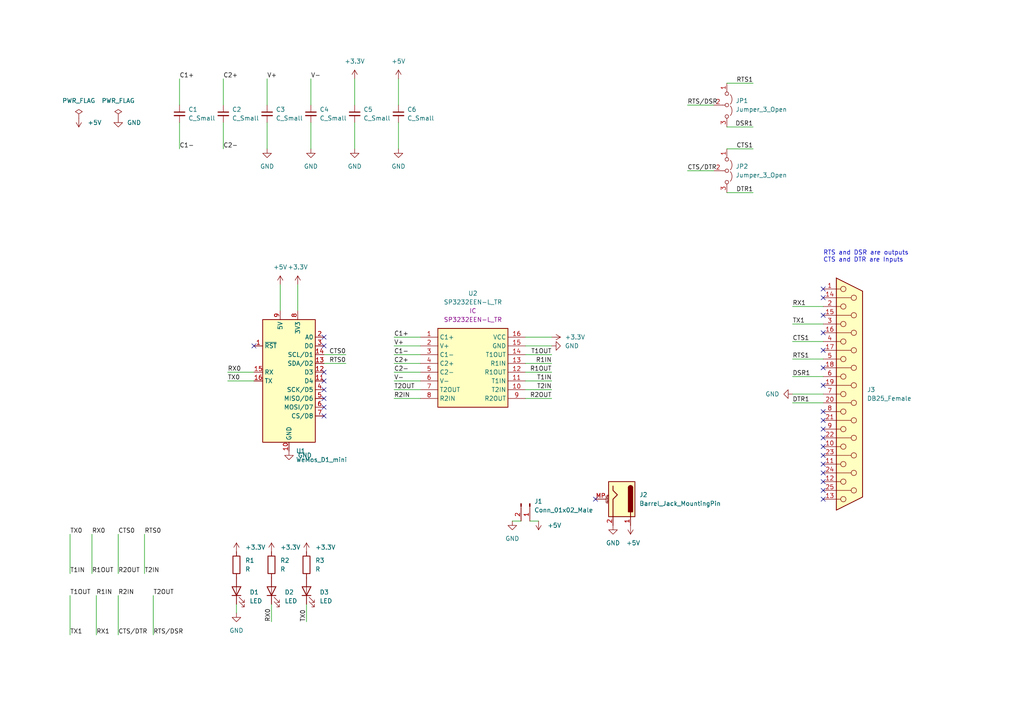
<source format=kicad_sch>
(kicad_sch (version 20211123) (generator eeschema)

  (uuid 8f264574-059a-4376-b919-da677930289c)

  (paper "A4")

  (lib_symbols
    (symbol "Connector:Barrel_Jack_MountingPin" (pin_names hide) (in_bom yes) (on_board yes)
      (property "Reference" "J" (id 0) (at 0 5.334 0)
        (effects (font (size 1.27 1.27)))
      )
      (property "Value" "Barrel_Jack_MountingPin" (id 1) (at 1.27 -6.35 0)
        (effects (font (size 1.27 1.27)) (justify left))
      )
      (property "Footprint" "" (id 2) (at 1.27 -1.016 0)
        (effects (font (size 1.27 1.27)) hide)
      )
      (property "Datasheet" "~" (id 3) (at 1.27 -1.016 0)
        (effects (font (size 1.27 1.27)) hide)
      )
      (property "ki_keywords" "DC power barrel jack connector" (id 4) (at 0 0 0)
        (effects (font (size 1.27 1.27)) hide)
      )
      (property "ki_description" "DC Barrel Jack with a mounting pin" (id 5) (at 0 0 0)
        (effects (font (size 1.27 1.27)) hide)
      )
      (property "ki_fp_filters" "BarrelJack*" (id 6) (at 0 0 0)
        (effects (font (size 1.27 1.27)) hide)
      )
      (symbol "Barrel_Jack_MountingPin_0_1"
        (rectangle (start -5.08 3.81) (end 5.08 -3.81)
          (stroke (width 0.254) (type default) (color 0 0 0 0))
          (fill (type background))
        )
        (arc (start -3.302 3.175) (mid -3.937 2.54) (end -3.302 1.905)
          (stroke (width 0.254) (type default) (color 0 0 0 0))
          (fill (type none))
        )
        (arc (start -3.302 3.175) (mid -3.937 2.54) (end -3.302 1.905)
          (stroke (width 0.254) (type default) (color 0 0 0 0))
          (fill (type outline))
        )
        (polyline
          (pts
            (xy 5.08 2.54)
            (xy 3.81 2.54)
          )
          (stroke (width 0.254) (type default) (color 0 0 0 0))
          (fill (type none))
        )
        (polyline
          (pts
            (xy -3.81 -2.54)
            (xy -2.54 -2.54)
            (xy -1.27 -1.27)
            (xy 0 -2.54)
            (xy 2.54 -2.54)
            (xy 5.08 -2.54)
          )
          (stroke (width 0.254) (type default) (color 0 0 0 0))
          (fill (type none))
        )
        (rectangle (start 3.683 3.175) (end -3.302 1.905)
          (stroke (width 0.254) (type default) (color 0 0 0 0))
          (fill (type outline))
        )
      )
      (symbol "Barrel_Jack_MountingPin_1_1"
        (polyline
          (pts
            (xy -1.016 -4.572)
            (xy 1.016 -4.572)
          )
          (stroke (width 0.1524) (type default) (color 0 0 0 0))
          (fill (type none))
        )
        (text "Mounting" (at 0 -4.191 0)
          (effects (font (size 0.381 0.381)))
        )
        (pin passive line (at 7.62 2.54 180) (length 2.54)
          (name "~" (effects (font (size 1.27 1.27))))
          (number "1" (effects (font (size 1.27 1.27))))
        )
        (pin passive line (at 7.62 -2.54 180) (length 2.54)
          (name "~" (effects (font (size 1.27 1.27))))
          (number "2" (effects (font (size 1.27 1.27))))
        )
        (pin passive line (at 0 -7.62 90) (length 3.048)
          (name "MountPin" (effects (font (size 1.27 1.27))))
          (number "MP" (effects (font (size 1.27 1.27))))
        )
      )
    )
    (symbol "Connector:Conn_01x02_Male" (pin_names (offset 1.016) hide) (in_bom yes) (on_board yes)
      (property "Reference" "J" (id 0) (at 0 2.54 0)
        (effects (font (size 1.27 1.27)))
      )
      (property "Value" "Conn_01x02_Male" (id 1) (at 0 -5.08 0)
        (effects (font (size 1.27 1.27)))
      )
      (property "Footprint" "" (id 2) (at 0 0 0)
        (effects (font (size 1.27 1.27)) hide)
      )
      (property "Datasheet" "~" (id 3) (at 0 0 0)
        (effects (font (size 1.27 1.27)) hide)
      )
      (property "ki_keywords" "connector" (id 4) (at 0 0 0)
        (effects (font (size 1.27 1.27)) hide)
      )
      (property "ki_description" "Generic connector, single row, 01x02, script generated (kicad-library-utils/schlib/autogen/connector/)" (id 5) (at 0 0 0)
        (effects (font (size 1.27 1.27)) hide)
      )
      (property "ki_fp_filters" "Connector*:*_1x??_*" (id 6) (at 0 0 0)
        (effects (font (size 1.27 1.27)) hide)
      )
      (symbol "Conn_01x02_Male_1_1"
        (polyline
          (pts
            (xy 1.27 -2.54)
            (xy 0.8636 -2.54)
          )
          (stroke (width 0.1524) (type default) (color 0 0 0 0))
          (fill (type none))
        )
        (polyline
          (pts
            (xy 1.27 0)
            (xy 0.8636 0)
          )
          (stroke (width 0.1524) (type default) (color 0 0 0 0))
          (fill (type none))
        )
        (rectangle (start 0.8636 -2.413) (end 0 -2.667)
          (stroke (width 0.1524) (type default) (color 0 0 0 0))
          (fill (type outline))
        )
        (rectangle (start 0.8636 0.127) (end 0 -0.127)
          (stroke (width 0.1524) (type default) (color 0 0 0 0))
          (fill (type outline))
        )
        (pin passive line (at 5.08 0 180) (length 3.81)
          (name "Pin_1" (effects (font (size 1.27 1.27))))
          (number "1" (effects (font (size 1.27 1.27))))
        )
        (pin passive line (at 5.08 -2.54 180) (length 3.81)
          (name "Pin_2" (effects (font (size 1.27 1.27))))
          (number "2" (effects (font (size 1.27 1.27))))
        )
      )
    )
    (symbol "Connector:DB25_Female" (pin_names (offset 1.016) hide) (in_bom yes) (on_board yes)
      (property "Reference" "J" (id 0) (at 0 34.29 0)
        (effects (font (size 1.27 1.27)))
      )
      (property "Value" "DB25_Female" (id 1) (at 0 -34.925 0)
        (effects (font (size 1.27 1.27)))
      )
      (property "Footprint" "" (id 2) (at 0 0 0)
        (effects (font (size 1.27 1.27)) hide)
      )
      (property "Datasheet" " ~" (id 3) (at 0 0 0)
        (effects (font (size 1.27 1.27)) hide)
      )
      (property "ki_keywords" "female D-SUB connector" (id 4) (at 0 0 0)
        (effects (font (size 1.27 1.27)) hide)
      )
      (property "ki_description" "25-pin female D-SUB connector" (id 5) (at 0 0 0)
        (effects (font (size 1.27 1.27)) hide)
      )
      (property "ki_fp_filters" "DSUB*Female*" (id 6) (at 0 0 0)
        (effects (font (size 1.27 1.27)) hide)
      )
      (symbol "DB25_Female_0_1"
        (circle (center -1.778 -30.48) (radius 0.762)
          (stroke (width 0) (type default) (color 0 0 0 0))
          (fill (type none))
        )
        (circle (center -1.778 -25.4) (radius 0.762)
          (stroke (width 0) (type default) (color 0 0 0 0))
          (fill (type none))
        )
        (circle (center -1.778 -20.32) (radius 0.762)
          (stroke (width 0) (type default) (color 0 0 0 0))
          (fill (type none))
        )
        (circle (center -1.778 -15.24) (radius 0.762)
          (stroke (width 0) (type default) (color 0 0 0 0))
          (fill (type none))
        )
        (circle (center -1.778 -10.16) (radius 0.762)
          (stroke (width 0) (type default) (color 0 0 0 0))
          (fill (type none))
        )
        (circle (center -1.778 -5.08) (radius 0.762)
          (stroke (width 0) (type default) (color 0 0 0 0))
          (fill (type none))
        )
        (circle (center -1.778 0) (radius 0.762)
          (stroke (width 0) (type default) (color 0 0 0 0))
          (fill (type none))
        )
        (circle (center -1.778 5.08) (radius 0.762)
          (stroke (width 0) (type default) (color 0 0 0 0))
          (fill (type none))
        )
        (circle (center -1.778 10.16) (radius 0.762)
          (stroke (width 0) (type default) (color 0 0 0 0))
          (fill (type none))
        )
        (circle (center -1.778 15.24) (radius 0.762)
          (stroke (width 0) (type default) (color 0 0 0 0))
          (fill (type none))
        )
        (circle (center -1.778 20.32) (radius 0.762)
          (stroke (width 0) (type default) (color 0 0 0 0))
          (fill (type none))
        )
        (circle (center -1.778 25.4) (radius 0.762)
          (stroke (width 0) (type default) (color 0 0 0 0))
          (fill (type none))
        )
        (circle (center -1.778 30.48) (radius 0.762)
          (stroke (width 0) (type default) (color 0 0 0 0))
          (fill (type none))
        )
        (polyline
          (pts
            (xy -3.81 -30.48)
            (xy -2.54 -30.48)
          )
          (stroke (width 0) (type default) (color 0 0 0 0))
          (fill (type none))
        )
        (polyline
          (pts
            (xy -3.81 -27.94)
            (xy 0.508 -27.94)
          )
          (stroke (width 0) (type default) (color 0 0 0 0))
          (fill (type none))
        )
        (polyline
          (pts
            (xy -3.81 -25.4)
            (xy -2.54 -25.4)
          )
          (stroke (width 0) (type default) (color 0 0 0 0))
          (fill (type none))
        )
        (polyline
          (pts
            (xy -3.81 -22.86)
            (xy 0.508 -22.86)
          )
          (stroke (width 0) (type default) (color 0 0 0 0))
          (fill (type none))
        )
        (polyline
          (pts
            (xy -3.81 -20.32)
            (xy -2.54 -20.32)
          )
          (stroke (width 0) (type default) (color 0 0 0 0))
          (fill (type none))
        )
        (polyline
          (pts
            (xy -3.81 -17.78)
            (xy 0.508 -17.78)
          )
          (stroke (width 0) (type default) (color 0 0 0 0))
          (fill (type none))
        )
        (polyline
          (pts
            (xy -3.81 -15.24)
            (xy -2.54 -15.24)
          )
          (stroke (width 0) (type default) (color 0 0 0 0))
          (fill (type none))
        )
        (polyline
          (pts
            (xy -3.81 -12.7)
            (xy 0.508 -12.7)
          )
          (stroke (width 0) (type default) (color 0 0 0 0))
          (fill (type none))
        )
        (polyline
          (pts
            (xy -3.81 -10.16)
            (xy -2.54 -10.16)
          )
          (stroke (width 0) (type default) (color 0 0 0 0))
          (fill (type none))
        )
        (polyline
          (pts
            (xy -3.81 -7.62)
            (xy 0.508 -7.62)
          )
          (stroke (width 0) (type default) (color 0 0 0 0))
          (fill (type none))
        )
        (polyline
          (pts
            (xy -3.81 -5.08)
            (xy -2.54 -5.08)
          )
          (stroke (width 0) (type default) (color 0 0 0 0))
          (fill (type none))
        )
        (polyline
          (pts
            (xy -3.81 -2.54)
            (xy 0.508 -2.54)
          )
          (stroke (width 0) (type default) (color 0 0 0 0))
          (fill (type none))
        )
        (polyline
          (pts
            (xy -3.81 0)
            (xy -2.54 0)
          )
          (stroke (width 0) (type default) (color 0 0 0 0))
          (fill (type none))
        )
        (polyline
          (pts
            (xy -3.81 2.54)
            (xy 0.508 2.54)
          )
          (stroke (width 0) (type default) (color 0 0 0 0))
          (fill (type none))
        )
        (polyline
          (pts
            (xy -3.81 5.08)
            (xy -2.54 5.08)
          )
          (stroke (width 0) (type default) (color 0 0 0 0))
          (fill (type none))
        )
        (polyline
          (pts
            (xy -3.81 7.62)
            (xy 0.508 7.62)
          )
          (stroke (width 0) (type default) (color 0 0 0 0))
          (fill (type none))
        )
        (polyline
          (pts
            (xy -3.81 10.16)
            (xy -2.54 10.16)
          )
          (stroke (width 0) (type default) (color 0 0 0 0))
          (fill (type none))
        )
        (polyline
          (pts
            (xy -3.81 12.7)
            (xy 0.508 12.7)
          )
          (stroke (width 0) (type default) (color 0 0 0 0))
          (fill (type none))
        )
        (polyline
          (pts
            (xy -3.81 15.24)
            (xy -2.54 15.24)
          )
          (stroke (width 0) (type default) (color 0 0 0 0))
          (fill (type none))
        )
        (polyline
          (pts
            (xy -3.81 17.78)
            (xy 0.508 17.78)
          )
          (stroke (width 0) (type default) (color 0 0 0 0))
          (fill (type none))
        )
        (polyline
          (pts
            (xy -3.81 20.32)
            (xy -2.54 20.32)
          )
          (stroke (width 0) (type default) (color 0 0 0 0))
          (fill (type none))
        )
        (polyline
          (pts
            (xy -3.81 22.86)
            (xy 0.508 22.86)
          )
          (stroke (width 0) (type default) (color 0 0 0 0))
          (fill (type none))
        )
        (polyline
          (pts
            (xy -3.81 25.4)
            (xy -2.54 25.4)
          )
          (stroke (width 0) (type default) (color 0 0 0 0))
          (fill (type none))
        )
        (polyline
          (pts
            (xy -3.81 27.94)
            (xy 0.508 27.94)
          )
          (stroke (width 0) (type default) (color 0 0 0 0))
          (fill (type none))
        )
        (polyline
          (pts
            (xy -3.81 30.48)
            (xy -2.54 30.48)
          )
          (stroke (width 0) (type default) (color 0 0 0 0))
          (fill (type none))
        )
        (polyline
          (pts
            (xy -3.81 33.655)
            (xy 3.81 29.845)
            (xy 3.81 -29.845)
            (xy -3.81 -33.655)
            (xy -3.81 33.655)
          )
          (stroke (width 0.254) (type default) (color 0 0 0 0))
          (fill (type background))
        )
        (circle (center 1.27 -27.94) (radius 0.762)
          (stroke (width 0) (type default) (color 0 0 0 0))
          (fill (type none))
        )
        (circle (center 1.27 -22.86) (radius 0.762)
          (stroke (width 0) (type default) (color 0 0 0 0))
          (fill (type none))
        )
        (circle (center 1.27 -17.78) (radius 0.762)
          (stroke (width 0) (type default) (color 0 0 0 0))
          (fill (type none))
        )
        (circle (center 1.27 -12.7) (radius 0.762)
          (stroke (width 0) (type default) (color 0 0 0 0))
          (fill (type none))
        )
        (circle (center 1.27 -7.62) (radius 0.762)
          (stroke (width 0) (type default) (color 0 0 0 0))
          (fill (type none))
        )
        (circle (center 1.27 -2.54) (radius 0.762)
          (stroke (width 0) (type default) (color 0 0 0 0))
          (fill (type none))
        )
        (circle (center 1.27 2.54) (radius 0.762)
          (stroke (width 0) (type default) (color 0 0 0 0))
          (fill (type none))
        )
        (circle (center 1.27 7.62) (radius 0.762)
          (stroke (width 0) (type default) (color 0 0 0 0))
          (fill (type none))
        )
        (circle (center 1.27 12.7) (radius 0.762)
          (stroke (width 0) (type default) (color 0 0 0 0))
          (fill (type none))
        )
        (circle (center 1.27 17.78) (radius 0.762)
          (stroke (width 0) (type default) (color 0 0 0 0))
          (fill (type none))
        )
        (circle (center 1.27 22.86) (radius 0.762)
          (stroke (width 0) (type default) (color 0 0 0 0))
          (fill (type none))
        )
        (circle (center 1.27 27.94) (radius 0.762)
          (stroke (width 0) (type default) (color 0 0 0 0))
          (fill (type none))
        )
      )
      (symbol "DB25_Female_1_1"
        (pin passive line (at -7.62 30.48 0) (length 3.81)
          (name "1" (effects (font (size 1.27 1.27))))
          (number "1" (effects (font (size 1.27 1.27))))
        )
        (pin passive line (at -7.62 -15.24 0) (length 3.81)
          (name "10" (effects (font (size 1.27 1.27))))
          (number "10" (effects (font (size 1.27 1.27))))
        )
        (pin passive line (at -7.62 -20.32 0) (length 3.81)
          (name "11" (effects (font (size 1.27 1.27))))
          (number "11" (effects (font (size 1.27 1.27))))
        )
        (pin passive line (at -7.62 -25.4 0) (length 3.81)
          (name "12" (effects (font (size 1.27 1.27))))
          (number "12" (effects (font (size 1.27 1.27))))
        )
        (pin passive line (at -7.62 -30.48 0) (length 3.81)
          (name "13" (effects (font (size 1.27 1.27))))
          (number "13" (effects (font (size 1.27 1.27))))
        )
        (pin passive line (at -7.62 27.94 0) (length 3.81)
          (name "P14" (effects (font (size 1.27 1.27))))
          (number "14" (effects (font (size 1.27 1.27))))
        )
        (pin passive line (at -7.62 22.86 0) (length 3.81)
          (name "P15" (effects (font (size 1.27 1.27))))
          (number "15" (effects (font (size 1.27 1.27))))
        )
        (pin passive line (at -7.62 17.78 0) (length 3.81)
          (name "P16" (effects (font (size 1.27 1.27))))
          (number "16" (effects (font (size 1.27 1.27))))
        )
        (pin passive line (at -7.62 12.7 0) (length 3.81)
          (name "P17" (effects (font (size 1.27 1.27))))
          (number "17" (effects (font (size 1.27 1.27))))
        )
        (pin passive line (at -7.62 7.62 0) (length 3.81)
          (name "P18" (effects (font (size 1.27 1.27))))
          (number "18" (effects (font (size 1.27 1.27))))
        )
        (pin passive line (at -7.62 2.54 0) (length 3.81)
          (name "P19" (effects (font (size 1.27 1.27))))
          (number "19" (effects (font (size 1.27 1.27))))
        )
        (pin passive line (at -7.62 25.4 0) (length 3.81)
          (name "2" (effects (font (size 1.27 1.27))))
          (number "2" (effects (font (size 1.27 1.27))))
        )
        (pin passive line (at -7.62 -2.54 0) (length 3.81)
          (name "P20" (effects (font (size 1.27 1.27))))
          (number "20" (effects (font (size 1.27 1.27))))
        )
        (pin passive line (at -7.62 -7.62 0) (length 3.81)
          (name "P21" (effects (font (size 1.27 1.27))))
          (number "21" (effects (font (size 1.27 1.27))))
        )
        (pin passive line (at -7.62 -12.7 0) (length 3.81)
          (name "P22" (effects (font (size 1.27 1.27))))
          (number "22" (effects (font (size 1.27 1.27))))
        )
        (pin passive line (at -7.62 -17.78 0) (length 3.81)
          (name "P23" (effects (font (size 1.27 1.27))))
          (number "23" (effects (font (size 1.27 1.27))))
        )
        (pin passive line (at -7.62 -22.86 0) (length 3.81)
          (name "P24" (effects (font (size 1.27 1.27))))
          (number "24" (effects (font (size 1.27 1.27))))
        )
        (pin passive line (at -7.62 -27.94 0) (length 3.81)
          (name "P25" (effects (font (size 1.27 1.27))))
          (number "25" (effects (font (size 1.27 1.27))))
        )
        (pin passive line (at -7.62 20.32 0) (length 3.81)
          (name "3" (effects (font (size 1.27 1.27))))
          (number "3" (effects (font (size 1.27 1.27))))
        )
        (pin passive line (at -7.62 15.24 0) (length 3.81)
          (name "4" (effects (font (size 1.27 1.27))))
          (number "4" (effects (font (size 1.27 1.27))))
        )
        (pin passive line (at -7.62 10.16 0) (length 3.81)
          (name "5" (effects (font (size 1.27 1.27))))
          (number "5" (effects (font (size 1.27 1.27))))
        )
        (pin passive line (at -7.62 5.08 0) (length 3.81)
          (name "6" (effects (font (size 1.27 1.27))))
          (number "6" (effects (font (size 1.27 1.27))))
        )
        (pin passive line (at -7.62 0 0) (length 3.81)
          (name "7" (effects (font (size 1.27 1.27))))
          (number "7" (effects (font (size 1.27 1.27))))
        )
        (pin passive line (at -7.62 -5.08 0) (length 3.81)
          (name "8" (effects (font (size 1.27 1.27))))
          (number "8" (effects (font (size 1.27 1.27))))
        )
        (pin passive line (at -7.62 -10.16 0) (length 3.81)
          (name "9" (effects (font (size 1.27 1.27))))
          (number "9" (effects (font (size 1.27 1.27))))
        )
      )
    )
    (symbol "Device:C_Small" (pin_numbers hide) (pin_names (offset 0.254) hide) (in_bom yes) (on_board yes)
      (property "Reference" "C" (id 0) (at 0.254 1.778 0)
        (effects (font (size 1.27 1.27)) (justify left))
      )
      (property "Value" "C_Small" (id 1) (at 0.254 -2.032 0)
        (effects (font (size 1.27 1.27)) (justify left))
      )
      (property "Footprint" "" (id 2) (at 0 0 0)
        (effects (font (size 1.27 1.27)) hide)
      )
      (property "Datasheet" "~" (id 3) (at 0 0 0)
        (effects (font (size 1.27 1.27)) hide)
      )
      (property "ki_keywords" "capacitor cap" (id 4) (at 0 0 0)
        (effects (font (size 1.27 1.27)) hide)
      )
      (property "ki_description" "Unpolarized capacitor, small symbol" (id 5) (at 0 0 0)
        (effects (font (size 1.27 1.27)) hide)
      )
      (property "ki_fp_filters" "C_*" (id 6) (at 0 0 0)
        (effects (font (size 1.27 1.27)) hide)
      )
      (symbol "C_Small_0_1"
        (polyline
          (pts
            (xy -1.524 -0.508)
            (xy 1.524 -0.508)
          )
          (stroke (width 0.3302) (type default) (color 0 0 0 0))
          (fill (type none))
        )
        (polyline
          (pts
            (xy -1.524 0.508)
            (xy 1.524 0.508)
          )
          (stroke (width 0.3048) (type default) (color 0 0 0 0))
          (fill (type none))
        )
      )
      (symbol "C_Small_1_1"
        (pin passive line (at 0 2.54 270) (length 2.032)
          (name "~" (effects (font (size 1.27 1.27))))
          (number "1" (effects (font (size 1.27 1.27))))
        )
        (pin passive line (at 0 -2.54 90) (length 2.032)
          (name "~" (effects (font (size 1.27 1.27))))
          (number "2" (effects (font (size 1.27 1.27))))
        )
      )
    )
    (symbol "Device:LED" (pin_numbers hide) (pin_names (offset 1.016) hide) (in_bom yes) (on_board yes)
      (property "Reference" "D" (id 0) (at 0 2.54 0)
        (effects (font (size 1.27 1.27)))
      )
      (property "Value" "LED" (id 1) (at 0 -2.54 0)
        (effects (font (size 1.27 1.27)))
      )
      (property "Footprint" "" (id 2) (at 0 0 0)
        (effects (font (size 1.27 1.27)) hide)
      )
      (property "Datasheet" "~" (id 3) (at 0 0 0)
        (effects (font (size 1.27 1.27)) hide)
      )
      (property "ki_keywords" "LED diode" (id 4) (at 0 0 0)
        (effects (font (size 1.27 1.27)) hide)
      )
      (property "ki_description" "Light emitting diode" (id 5) (at 0 0 0)
        (effects (font (size 1.27 1.27)) hide)
      )
      (property "ki_fp_filters" "LED* LED_SMD:* LED_THT:*" (id 6) (at 0 0 0)
        (effects (font (size 1.27 1.27)) hide)
      )
      (symbol "LED_0_1"
        (polyline
          (pts
            (xy -1.27 -1.27)
            (xy -1.27 1.27)
          )
          (stroke (width 0.254) (type default) (color 0 0 0 0))
          (fill (type none))
        )
        (polyline
          (pts
            (xy -1.27 0)
            (xy 1.27 0)
          )
          (stroke (width 0) (type default) (color 0 0 0 0))
          (fill (type none))
        )
        (polyline
          (pts
            (xy 1.27 -1.27)
            (xy 1.27 1.27)
            (xy -1.27 0)
            (xy 1.27 -1.27)
          )
          (stroke (width 0.254) (type default) (color 0 0 0 0))
          (fill (type none))
        )
        (polyline
          (pts
            (xy -3.048 -0.762)
            (xy -4.572 -2.286)
            (xy -3.81 -2.286)
            (xy -4.572 -2.286)
            (xy -4.572 -1.524)
          )
          (stroke (width 0) (type default) (color 0 0 0 0))
          (fill (type none))
        )
        (polyline
          (pts
            (xy -1.778 -0.762)
            (xy -3.302 -2.286)
            (xy -2.54 -2.286)
            (xy -3.302 -2.286)
            (xy -3.302 -1.524)
          )
          (stroke (width 0) (type default) (color 0 0 0 0))
          (fill (type none))
        )
      )
      (symbol "LED_1_1"
        (pin passive line (at -3.81 0 0) (length 2.54)
          (name "K" (effects (font (size 1.27 1.27))))
          (number "1" (effects (font (size 1.27 1.27))))
        )
        (pin passive line (at 3.81 0 180) (length 2.54)
          (name "A" (effects (font (size 1.27 1.27))))
          (number "2" (effects (font (size 1.27 1.27))))
        )
      )
    )
    (symbol "Device:R" (pin_numbers hide) (pin_names (offset 0)) (in_bom yes) (on_board yes)
      (property "Reference" "R" (id 0) (at 2.032 0 90)
        (effects (font (size 1.27 1.27)))
      )
      (property "Value" "R" (id 1) (at 0 0 90)
        (effects (font (size 1.27 1.27)))
      )
      (property "Footprint" "" (id 2) (at -1.778 0 90)
        (effects (font (size 1.27 1.27)) hide)
      )
      (property "Datasheet" "~" (id 3) (at 0 0 0)
        (effects (font (size 1.27 1.27)) hide)
      )
      (property "ki_keywords" "R res resistor" (id 4) (at 0 0 0)
        (effects (font (size 1.27 1.27)) hide)
      )
      (property "ki_description" "Resistor" (id 5) (at 0 0 0)
        (effects (font (size 1.27 1.27)) hide)
      )
      (property "ki_fp_filters" "R_*" (id 6) (at 0 0 0)
        (effects (font (size 1.27 1.27)) hide)
      )
      (symbol "R_0_1"
        (rectangle (start -1.016 -2.54) (end 1.016 2.54)
          (stroke (width 0.254) (type default) (color 0 0 0 0))
          (fill (type none))
        )
      )
      (symbol "R_1_1"
        (pin passive line (at 0 3.81 270) (length 1.27)
          (name "~" (effects (font (size 1.27 1.27))))
          (number "1" (effects (font (size 1.27 1.27))))
        )
        (pin passive line (at 0 -3.81 90) (length 1.27)
          (name "~" (effects (font (size 1.27 1.27))))
          (number "2" (effects (font (size 1.27 1.27))))
        )
      )
    )
    (symbol "Jumper:Jumper_3_Open" (pin_names (offset 0) hide) (in_bom yes) (on_board yes)
      (property "Reference" "JP" (id 0) (at -2.54 -2.54 0)
        (effects (font (size 1.27 1.27)))
      )
      (property "Value" "Jumper_3_Open" (id 1) (at 0 2.794 0)
        (effects (font (size 1.27 1.27)))
      )
      (property "Footprint" "" (id 2) (at 0 0 0)
        (effects (font (size 1.27 1.27)) hide)
      )
      (property "Datasheet" "~" (id 3) (at 0 0 0)
        (effects (font (size 1.27 1.27)) hide)
      )
      (property "ki_keywords" "Jumper SPDT" (id 4) (at 0 0 0)
        (effects (font (size 1.27 1.27)) hide)
      )
      (property "ki_description" "Jumper, 3-pole, both open" (id 5) (at 0 0 0)
        (effects (font (size 1.27 1.27)) hide)
      )
      (property "ki_fp_filters" "Jumper* TestPoint*3Pads* TestPoint*Bridge*" (id 6) (at 0 0 0)
        (effects (font (size 1.27 1.27)) hide)
      )
      (symbol "Jumper_3_Open_0_0"
        (circle (center -3.302 0) (radius 0.508)
          (stroke (width 0) (type default) (color 0 0 0 0))
          (fill (type none))
        )
        (circle (center 0 0) (radius 0.508)
          (stroke (width 0) (type default) (color 0 0 0 0))
          (fill (type none))
        )
        (circle (center 3.302 0) (radius 0.508)
          (stroke (width 0) (type default) (color 0 0 0 0))
          (fill (type none))
        )
      )
      (symbol "Jumper_3_Open_0_1"
        (arc (start -0.254 1.016) (mid -1.651 1.4992) (end -3.048 1.016)
          (stroke (width 0) (type default) (color 0 0 0 0))
          (fill (type none))
        )
        (polyline
          (pts
            (xy 0 -0.508)
            (xy 0 -1.27)
          )
          (stroke (width 0) (type default) (color 0 0 0 0))
          (fill (type none))
        )
        (arc (start 3.048 1.016) (mid 1.651 1.4992) (end 0.254 1.016)
          (stroke (width 0) (type default) (color 0 0 0 0))
          (fill (type none))
        )
      )
      (symbol "Jumper_3_Open_1_1"
        (pin passive line (at -6.35 0 0) (length 2.54)
          (name "A" (effects (font (size 1.27 1.27))))
          (number "1" (effects (font (size 1.27 1.27))))
        )
        (pin passive line (at 0 -3.81 90) (length 2.54)
          (name "C" (effects (font (size 1.27 1.27))))
          (number "2" (effects (font (size 1.27 1.27))))
        )
        (pin passive line (at 6.35 0 180) (length 2.54)
          (name "B" (effects (font (size 1.27 1.27))))
          (number "3" (effects (font (size 1.27 1.27))))
        )
      )
    )
    (symbol "LeWiFiModem:SP3232EEN-L_TR" (in_bom yes) (on_board yes)
      (property "Reference" "" (id 0) (at 0 0 0)
        (effects (font (size 1.27 1.27)))
      )
      (property "Value" "SP3232EEN-L_TR" (id 1) (at 0 0 0)
        (effects (font (size 1.27 1.27)))
      )
      (property "Footprint" "" (id 2) (at 0 0 0)
        (effects (font (size 1.27 1.27)) hide)
      )
      (property "Datasheet" "" (id 3) (at 0 0 0)
        (effects (font (size 1.27 1.27)) hide)
      )
      (property "Reference_1" "IC" (id 4) (at 26.67 7.62 0)
        (effects (font (size 1.27 1.27)) (justify left top))
      )
      (property "Value_1" "SP3232EEN-L_TR" (id 5) (at 26.67 5.08 0)
        (effects (font (size 1.27 1.27)) (justify left top))
      )
      (property "Footprint_1" "SOIC127P600X175-16N" (id 6) (at 26.67 -94.92 0)
        (effects (font (size 1.27 1.27)) (justify left top) hide)
      )
      (property "Datasheet_1" "https://componentsearchengine.com/Datasheets/1/SP3232EEN-L_TR.pdf" (id 7) (at 26.67 -194.92 0)
        (effects (font (size 1.27 1.27)) (justify left top) hide)
      )
      (property "Height" "1.75" (id 8) (at 26.67 -394.92 0)
        (effects (font (size 1.27 1.27)) (justify left top) hide)
      )
      (property "Mouser Part Number" "701-SP3232EEN-L/TR" (id 9) (at 26.67 -494.92 0)
        (effects (font (size 1.27 1.27)) (justify left top) hide)
      )
      (property "Mouser Price/Stock" "https://www.mouser.com/Search/Refine.aspx?Keyword=701-SP3232EEN-L%2FTR" (id 10) (at 26.67 -594.92 0)
        (effects (font (size 1.27 1.27)) (justify left top) hide)
      )
      (property "Manufacturer_Name" "EXAR" (id 11) (at 26.67 -694.92 0)
        (effects (font (size 1.27 1.27)) (justify left top) hide)
      )
      (property "Manufacturer_Part_Number" "SP3232EEN-L/TR" (id 12) (at 26.67 -794.92 0)
        (effects (font (size 1.27 1.27)) (justify left top) hide)
      )
      (property "ki_description" "EXAR SP3232EEN-L/TR, Line Transceiver, EIA/TIA-232-F/ RS-232 2-TX 2-RX 2-TRX, 3.3 V, 5 V, 16-Pin SOIC" (id 13) (at 0 0 0)
        (effects (font (size 1.27 1.27)) hide)
      )
      (symbol "SP3232EEN-L_TR_1_1"
        (rectangle (start 5.08 2.54) (end 25.4 -20.32)
          (stroke (width 0.254) (type default) (color 0 0 0 0))
          (fill (type background))
        )
        (pin passive line (at 0 0 0) (length 5.08)
          (name "C1+" (effects (font (size 1.27 1.27))))
          (number "1" (effects (font (size 1.27 1.27))))
        )
        (pin passive line (at 30.48 -15.24 180) (length 5.08)
          (name "T2IN" (effects (font (size 1.27 1.27))))
          (number "10" (effects (font (size 1.27 1.27))))
        )
        (pin passive line (at 30.48 -12.7 180) (length 5.08)
          (name "T1IN" (effects (font (size 1.27 1.27))))
          (number "11" (effects (font (size 1.27 1.27))))
        )
        (pin passive line (at 30.48 -10.16 180) (length 5.08)
          (name "R1OUT" (effects (font (size 1.27 1.27))))
          (number "12" (effects (font (size 1.27 1.27))))
        )
        (pin passive line (at 30.48 -7.62 180) (length 5.08)
          (name "R1IN" (effects (font (size 1.27 1.27))))
          (number "13" (effects (font (size 1.27 1.27))))
        )
        (pin passive line (at 30.48 -5.08 180) (length 5.08)
          (name "T1OUT" (effects (font (size 1.27 1.27))))
          (number "14" (effects (font (size 1.27 1.27))))
        )
        (pin passive line (at 30.48 -2.54 180) (length 5.08)
          (name "GND" (effects (font (size 1.27 1.27))))
          (number "15" (effects (font (size 1.27 1.27))))
        )
        (pin passive line (at 30.48 0 180) (length 5.08)
          (name "VCC" (effects (font (size 1.27 1.27))))
          (number "16" (effects (font (size 1.27 1.27))))
        )
        (pin passive line (at 0 -2.54 0) (length 5.08)
          (name "V+" (effects (font (size 1.27 1.27))))
          (number "2" (effects (font (size 1.27 1.27))))
        )
        (pin passive line (at 0 -5.08 0) (length 5.08)
          (name "C1-" (effects (font (size 1.27 1.27))))
          (number "3" (effects (font (size 1.27 1.27))))
        )
        (pin passive line (at 0 -7.62 0) (length 5.08)
          (name "C2+" (effects (font (size 1.27 1.27))))
          (number "4" (effects (font (size 1.27 1.27))))
        )
        (pin passive line (at 0 -10.16 0) (length 5.08)
          (name "C2-" (effects (font (size 1.27 1.27))))
          (number "5" (effects (font (size 1.27 1.27))))
        )
        (pin passive line (at 0 -12.7 0) (length 5.08)
          (name "V-" (effects (font (size 1.27 1.27))))
          (number "6" (effects (font (size 1.27 1.27))))
        )
        (pin passive line (at 0 -15.24 0) (length 5.08)
          (name "T2OUT" (effects (font (size 1.27 1.27))))
          (number "7" (effects (font (size 1.27 1.27))))
        )
        (pin passive line (at 0 -17.78 0) (length 5.08)
          (name "R2IN" (effects (font (size 1.27 1.27))))
          (number "8" (effects (font (size 1.27 1.27))))
        )
        (pin passive line (at 30.48 -17.78 180) (length 5.08)
          (name "R2OUT" (effects (font (size 1.27 1.27))))
          (number "9" (effects (font (size 1.27 1.27))))
        )
      )
    )
    (symbol "MCU_Module:WeMos_D1_mini" (in_bom yes) (on_board yes)
      (property "Reference" "U" (id 0) (at 3.81 19.05 0)
        (effects (font (size 1.27 1.27)) (justify left))
      )
      (property "Value" "WeMos_D1_mini" (id 1) (at 1.27 -19.05 0)
        (effects (font (size 1.27 1.27)) (justify left))
      )
      (property "Footprint" "Module:WEMOS_D1_mini_light" (id 2) (at 0 -29.21 0)
        (effects (font (size 1.27 1.27)) hide)
      )
      (property "Datasheet" "https://wiki.wemos.cc/products:d1:d1_mini#documentation" (id 3) (at -46.99 -29.21 0)
        (effects (font (size 1.27 1.27)) hide)
      )
      (property "ki_keywords" "ESP8266 WiFi microcontroller ESP8266EX" (id 4) (at 0 0 0)
        (effects (font (size 1.27 1.27)) hide)
      )
      (property "ki_description" "32-bit microcontroller module with WiFi" (id 5) (at 0 0 0)
        (effects (font (size 1.27 1.27)) hide)
      )
      (property "ki_fp_filters" "WEMOS*D1*mini*" (id 6) (at 0 0 0)
        (effects (font (size 1.27 1.27)) hide)
      )
      (symbol "WeMos_D1_mini_1_1"
        (rectangle (start -7.62 17.78) (end 7.62 -17.78)
          (stroke (width 0.254) (type default) (color 0 0 0 0))
          (fill (type background))
        )
        (pin input line (at -10.16 10.16 0) (length 2.54)
          (name "~{RST}" (effects (font (size 1.27 1.27))))
          (number "1" (effects (font (size 1.27 1.27))))
        )
        (pin power_in line (at 0 -20.32 90) (length 2.54)
          (name "GND" (effects (font (size 1.27 1.27))))
          (number "10" (effects (font (size 1.27 1.27))))
        )
        (pin bidirectional line (at 10.16 0 180) (length 2.54)
          (name "D4" (effects (font (size 1.27 1.27))))
          (number "11" (effects (font (size 1.27 1.27))))
        )
        (pin bidirectional line (at 10.16 2.54 180) (length 2.54)
          (name "D3" (effects (font (size 1.27 1.27))))
          (number "12" (effects (font (size 1.27 1.27))))
        )
        (pin bidirectional line (at 10.16 5.08 180) (length 2.54)
          (name "SDA/D2" (effects (font (size 1.27 1.27))))
          (number "13" (effects (font (size 1.27 1.27))))
        )
        (pin bidirectional line (at 10.16 7.62 180) (length 2.54)
          (name "SCL/D1" (effects (font (size 1.27 1.27))))
          (number "14" (effects (font (size 1.27 1.27))))
        )
        (pin input line (at -10.16 2.54 0) (length 2.54)
          (name "RX" (effects (font (size 1.27 1.27))))
          (number "15" (effects (font (size 1.27 1.27))))
        )
        (pin output line (at -10.16 0 0) (length 2.54)
          (name "TX" (effects (font (size 1.27 1.27))))
          (number "16" (effects (font (size 1.27 1.27))))
        )
        (pin input line (at 10.16 12.7 180) (length 2.54)
          (name "A0" (effects (font (size 1.27 1.27))))
          (number "2" (effects (font (size 1.27 1.27))))
        )
        (pin bidirectional line (at 10.16 10.16 180) (length 2.54)
          (name "D0" (effects (font (size 1.27 1.27))))
          (number "3" (effects (font (size 1.27 1.27))))
        )
        (pin bidirectional line (at 10.16 -2.54 180) (length 2.54)
          (name "SCK/D5" (effects (font (size 1.27 1.27))))
          (number "4" (effects (font (size 1.27 1.27))))
        )
        (pin bidirectional line (at 10.16 -5.08 180) (length 2.54)
          (name "MISO/D6" (effects (font (size 1.27 1.27))))
          (number "5" (effects (font (size 1.27 1.27))))
        )
        (pin bidirectional line (at 10.16 -7.62 180) (length 2.54)
          (name "MOSI/D7" (effects (font (size 1.27 1.27))))
          (number "6" (effects (font (size 1.27 1.27))))
        )
        (pin bidirectional line (at 10.16 -10.16 180) (length 2.54)
          (name "CS/D8" (effects (font (size 1.27 1.27))))
          (number "7" (effects (font (size 1.27 1.27))))
        )
        (pin power_out line (at 2.54 20.32 270) (length 2.54)
          (name "3V3" (effects (font (size 1.27 1.27))))
          (number "8" (effects (font (size 1.27 1.27))))
        )
        (pin power_in line (at -2.54 20.32 270) (length 2.54)
          (name "5V" (effects (font (size 1.27 1.27))))
          (number "9" (effects (font (size 1.27 1.27))))
        )
      )
    )
    (symbol "power:+3.3V" (power) (pin_names (offset 0)) (in_bom yes) (on_board yes)
      (property "Reference" "#PWR" (id 0) (at 0 -3.81 0)
        (effects (font (size 1.27 1.27)) hide)
      )
      (property "Value" "+3.3V" (id 1) (at 0 3.556 0)
        (effects (font (size 1.27 1.27)))
      )
      (property "Footprint" "" (id 2) (at 0 0 0)
        (effects (font (size 1.27 1.27)) hide)
      )
      (property "Datasheet" "" (id 3) (at 0 0 0)
        (effects (font (size 1.27 1.27)) hide)
      )
      (property "ki_keywords" "global power" (id 4) (at 0 0 0)
        (effects (font (size 1.27 1.27)) hide)
      )
      (property "ki_description" "Power symbol creates a global label with name \"+3.3V\"" (id 5) (at 0 0 0)
        (effects (font (size 1.27 1.27)) hide)
      )
      (symbol "+3.3V_0_1"
        (polyline
          (pts
            (xy -0.762 1.27)
            (xy 0 2.54)
          )
          (stroke (width 0) (type default) (color 0 0 0 0))
          (fill (type none))
        )
        (polyline
          (pts
            (xy 0 0)
            (xy 0 2.54)
          )
          (stroke (width 0) (type default) (color 0 0 0 0))
          (fill (type none))
        )
        (polyline
          (pts
            (xy 0 2.54)
            (xy 0.762 1.27)
          )
          (stroke (width 0) (type default) (color 0 0 0 0))
          (fill (type none))
        )
      )
      (symbol "+3.3V_1_1"
        (pin power_in line (at 0 0 90) (length 0) hide
          (name "+3.3V" (effects (font (size 1.27 1.27))))
          (number "1" (effects (font (size 1.27 1.27))))
        )
      )
    )
    (symbol "power:+5V" (power) (pin_names (offset 0)) (in_bom yes) (on_board yes)
      (property "Reference" "#PWR" (id 0) (at 0 -3.81 0)
        (effects (font (size 1.27 1.27)) hide)
      )
      (property "Value" "+5V" (id 1) (at 0 3.556 0)
        (effects (font (size 1.27 1.27)))
      )
      (property "Footprint" "" (id 2) (at 0 0 0)
        (effects (font (size 1.27 1.27)) hide)
      )
      (property "Datasheet" "" (id 3) (at 0 0 0)
        (effects (font (size 1.27 1.27)) hide)
      )
      (property "ki_keywords" "global power" (id 4) (at 0 0 0)
        (effects (font (size 1.27 1.27)) hide)
      )
      (property "ki_description" "Power symbol creates a global label with name \"+5V\"" (id 5) (at 0 0 0)
        (effects (font (size 1.27 1.27)) hide)
      )
      (symbol "+5V_0_1"
        (polyline
          (pts
            (xy -0.762 1.27)
            (xy 0 2.54)
          )
          (stroke (width 0) (type default) (color 0 0 0 0))
          (fill (type none))
        )
        (polyline
          (pts
            (xy 0 0)
            (xy 0 2.54)
          )
          (stroke (width 0) (type default) (color 0 0 0 0))
          (fill (type none))
        )
        (polyline
          (pts
            (xy 0 2.54)
            (xy 0.762 1.27)
          )
          (stroke (width 0) (type default) (color 0 0 0 0))
          (fill (type none))
        )
      )
      (symbol "+5V_1_1"
        (pin power_in line (at 0 0 90) (length 0) hide
          (name "+5V" (effects (font (size 1.27 1.27))))
          (number "1" (effects (font (size 1.27 1.27))))
        )
      )
    )
    (symbol "power:GND" (power) (pin_names (offset 0)) (in_bom yes) (on_board yes)
      (property "Reference" "#PWR" (id 0) (at 0 -6.35 0)
        (effects (font (size 1.27 1.27)) hide)
      )
      (property "Value" "GND" (id 1) (at 0 -3.81 0)
        (effects (font (size 1.27 1.27)))
      )
      (property "Footprint" "" (id 2) (at 0 0 0)
        (effects (font (size 1.27 1.27)) hide)
      )
      (property "Datasheet" "" (id 3) (at 0 0 0)
        (effects (font (size 1.27 1.27)) hide)
      )
      (property "ki_keywords" "global power" (id 4) (at 0 0 0)
        (effects (font (size 1.27 1.27)) hide)
      )
      (property "ki_description" "Power symbol creates a global label with name \"GND\" , ground" (id 5) (at 0 0 0)
        (effects (font (size 1.27 1.27)) hide)
      )
      (symbol "GND_0_1"
        (polyline
          (pts
            (xy 0 0)
            (xy 0 -1.27)
            (xy 1.27 -1.27)
            (xy 0 -2.54)
            (xy -1.27 -1.27)
            (xy 0 -1.27)
          )
          (stroke (width 0) (type default) (color 0 0 0 0))
          (fill (type none))
        )
      )
      (symbol "GND_1_1"
        (pin power_in line (at 0 0 270) (length 0) hide
          (name "GND" (effects (font (size 1.27 1.27))))
          (number "1" (effects (font (size 1.27 1.27))))
        )
      )
    )
    (symbol "power:PWR_FLAG" (power) (pin_numbers hide) (pin_names (offset 0) hide) (in_bom yes) (on_board yes)
      (property "Reference" "#FLG" (id 0) (at 0 1.905 0)
        (effects (font (size 1.27 1.27)) hide)
      )
      (property "Value" "PWR_FLAG" (id 1) (at 0 3.81 0)
        (effects (font (size 1.27 1.27)))
      )
      (property "Footprint" "" (id 2) (at 0 0 0)
        (effects (font (size 1.27 1.27)) hide)
      )
      (property "Datasheet" "~" (id 3) (at 0 0 0)
        (effects (font (size 1.27 1.27)) hide)
      )
      (property "ki_keywords" "flag power" (id 4) (at 0 0 0)
        (effects (font (size 1.27 1.27)) hide)
      )
      (property "ki_description" "Special symbol for telling ERC where power comes from" (id 5) (at 0 0 0)
        (effects (font (size 1.27 1.27)) hide)
      )
      (symbol "PWR_FLAG_0_0"
        (pin power_out line (at 0 0 90) (length 0)
          (name "pwr" (effects (font (size 1.27 1.27))))
          (number "1" (effects (font (size 1.27 1.27))))
        )
      )
      (symbol "PWR_FLAG_0_1"
        (polyline
          (pts
            (xy 0 0)
            (xy 0 1.27)
            (xy -1.016 1.905)
            (xy 0 2.54)
            (xy 1.016 1.905)
            (xy 0 1.27)
          )
          (stroke (width 0) (type default) (color 0 0 0 0))
          (fill (type none))
        )
      )
    )
  )


  (no_connect (at 238.76 101.6) (uuid 02c50d33-533d-4842-abfc-793aaaffe7aa))
  (no_connect (at 238.76 83.82) (uuid 07e3b7b6-96ee-419c-800b-99109a6a753e))
  (no_connect (at 238.76 124.46) (uuid 0ac83b87-e3c3-444e-9995-ff52f8efe41d))
  (no_connect (at 238.76 121.92) (uuid 15ae51fa-fd27-4cfc-9858-bec88d315509))
  (no_connect (at 93.98 107.95) (uuid 26b0b089-68ab-483f-b5eb-5a481e04afb2))
  (no_connect (at 73.66 100.33) (uuid 2aa0d724-6567-48f5-8cff-ab55dbc29858))
  (no_connect (at 238.76 142.24) (uuid 2f517eca-5a4c-49f2-b837-a168827df651))
  (no_connect (at 93.98 100.33) (uuid 3ab5705c-6666-4a51-bd77-8310cf495b4b))
  (no_connect (at 172.72 144.78) (uuid 3c5998bf-2eae-49de-ac8c-ccf353697b77))
  (no_connect (at 238.76 127) (uuid 416b4703-f833-401f-9304-50aceb44c82c))
  (no_connect (at 93.98 120.65) (uuid 43162a61-0a2d-475f-a18d-f9b2a76c1d5f))
  (no_connect (at 238.76 144.78) (uuid 458cab87-06e4-47ea-a6c6-859cd3d4a750))
  (no_connect (at 238.76 106.68) (uuid 4703949c-b18c-4225-93d5-553b013d0b8f))
  (no_connect (at 238.76 132.08) (uuid 4a453c12-4c24-408a-aff7-e0a54965dd55))
  (no_connect (at 238.76 134.62) (uuid 57b77cd5-ab9b-4c1f-925f-695de16e3dc2))
  (no_connect (at 238.76 91.44) (uuid 664eff1a-d5af-49dd-8080-ef6e5bb7406a))
  (no_connect (at 238.76 119.38) (uuid 6a585d63-a571-44e1-a473-abe07546e4fa))
  (no_connect (at 238.76 137.16) (uuid 7248876b-07b2-4d1c-a53d-992330f00138))
  (no_connect (at 238.76 111.76) (uuid 8968762d-ba24-4e62-b4cf-b25f920a0041))
  (no_connect (at 93.98 110.49) (uuid 8e3b44ed-04d2-4556-ae26-bd34f34f6c64))
  (no_connect (at 93.98 118.11) (uuid 8ff92a31-2cd4-4238-a8a4-4b5e6f5268e6))
  (no_connect (at 238.76 139.7) (uuid 9868d0ae-e211-4489-88d1-57210b472ef3))
  (no_connect (at 238.76 86.36) (uuid c90a2452-5510-4ff6-8599-0af959a113fc))
  (no_connect (at 238.76 96.52) (uuid cf76571e-2e38-4018-9f71-032d10e8606f))
  (no_connect (at 238.76 129.54) (uuid dc8d0266-067a-43c8-8f52-d1032c64f872))
  (no_connect (at 93.98 97.79) (uuid e5f3f74e-413a-415e-a4ee-14af096e70e1))
  (no_connect (at 93.98 115.57) (uuid e875c11b-1782-4936-bf75-f3ceb38ff4cc))
  (no_connect (at 93.98 113.03) (uuid ebc47fe6-8938-4d3b-bfb3-8d868c124f49))

  (wire (pts (xy 93.98 102.87) (xy 100.33 102.87))
    (stroke (width 0) (type default) (color 0 0 0 0))
    (uuid 0800dc42-9f09-4879-a878-c49d79001766)
  )
  (wire (pts (xy 114.3 110.49) (xy 121.92 110.49))
    (stroke (width 0) (type default) (color 0 0 0 0))
    (uuid 0844f860-db30-4845-9e7d-fe239e470855)
  )
  (wire (pts (xy 114.3 115.57) (xy 121.92 115.57))
    (stroke (width 0) (type default) (color 0 0 0 0))
    (uuid 0de70cbd-69fd-4c32-a99e-386eb6121ca9)
  )
  (wire (pts (xy 114.3 97.79) (xy 121.92 97.79))
    (stroke (width 0) (type default) (color 0 0 0 0))
    (uuid 0eeade68-f1bb-4e0a-a3c1-6ebf07d39d9e)
  )
  (wire (pts (xy 68.58 175.26) (xy 68.58 177.8))
    (stroke (width 0) (type default) (color 0 0 0 0))
    (uuid 10ecd994-a4ad-48c7-b0b2-0cc1c1e28e47)
  )
  (wire (pts (xy 77.47 22.86) (xy 77.47 30.48))
    (stroke (width 0) (type default) (color 0 0 0 0))
    (uuid 11e0cf84-c1f5-4111-b972-1f8d4b9e8852)
  )
  (wire (pts (xy 86.36 82.55) (xy 86.36 90.17))
    (stroke (width 0) (type default) (color 0 0 0 0))
    (uuid 15497744-8e2b-4173-bff6-97639a9bef0a)
  )
  (wire (pts (xy 41.91 154.94) (xy 41.91 166.37))
    (stroke (width 0) (type default) (color 0 0 0 0))
    (uuid 18044bae-d0e1-4501-814e-c16b70d1ae1d)
  )
  (wire (pts (xy 210.82 43.18) (xy 218.44 43.18))
    (stroke (width 0) (type default) (color 0 0 0 0))
    (uuid 1d47dc27-f1b5-478a-b843-b590cf6c4f23)
  )
  (wire (pts (xy 114.3 100.33) (xy 121.92 100.33))
    (stroke (width 0) (type default) (color 0 0 0 0))
    (uuid 1d955195-5e74-4158-bf4d-503820c08107)
  )
  (wire (pts (xy 64.77 22.86) (xy 64.77 30.48))
    (stroke (width 0) (type default) (color 0 0 0 0))
    (uuid 25b67a08-db6e-45d5-ad2d-41fb07a90180)
  )
  (wire (pts (xy 88.9 175.26) (xy 88.9 180.34))
    (stroke (width 0) (type default) (color 0 0 0 0))
    (uuid 2c7835f8-8d16-4c72-ac31-ada619f73430)
  )
  (wire (pts (xy 114.3 113.03) (xy 121.92 113.03))
    (stroke (width 0) (type default) (color 0 0 0 0))
    (uuid 2f7e2f96-b5a0-4e61-9f59-8e4d82980a1c)
  )
  (wire (pts (xy 152.4 102.87) (xy 160.02 102.87))
    (stroke (width 0) (type default) (color 0 0 0 0))
    (uuid 3bc28dfe-437a-40ed-a245-288424662e94)
  )
  (wire (pts (xy 148.59 151.13) (xy 151.13 151.13))
    (stroke (width 0) (type default) (color 0 0 0 0))
    (uuid 3bd4a9fa-9b45-4e6a-b541-e6b335eb962c)
  )
  (wire (pts (xy 210.82 36.83) (xy 218.44 36.83))
    (stroke (width 0) (type default) (color 0 0 0 0))
    (uuid 421c6ac3-43aa-400b-9446-a9c7d7242fcf)
  )
  (wire (pts (xy 114.3 102.87) (xy 121.92 102.87))
    (stroke (width 0) (type default) (color 0 0 0 0))
    (uuid 48a2cb50-9a89-4c0b-b361-ef267101997c)
  )
  (wire (pts (xy 229.87 99.06) (xy 238.76 99.06))
    (stroke (width 0) (type default) (color 0 0 0 0))
    (uuid 4a10c9ac-79bc-4cd1-bfa0-06ecd03acbfa)
  )
  (wire (pts (xy 115.57 35.56) (xy 115.57 43.18))
    (stroke (width 0) (type default) (color 0 0 0 0))
    (uuid 4b571630-34b6-4958-a662-b841fd4f33a9)
  )
  (wire (pts (xy 152.4 100.33) (xy 160.02 100.33))
    (stroke (width 0) (type default) (color 0 0 0 0))
    (uuid 4ba9a10e-071f-4c88-92fa-2b92b6b7ef70)
  )
  (wire (pts (xy 90.17 22.86) (xy 90.17 30.48))
    (stroke (width 0) (type default) (color 0 0 0 0))
    (uuid 4cf9db0e-e5cb-475a-bbc7-99ed3138a254)
  )
  (wire (pts (xy 52.07 35.56) (xy 52.07 43.18))
    (stroke (width 0) (type default) (color 0 0 0 0))
    (uuid 4cffab85-99a1-4301-9431-3092d58d6895)
  )
  (wire (pts (xy 102.87 22.86) (xy 102.87 30.48))
    (stroke (width 0) (type default) (color 0 0 0 0))
    (uuid 4f35d4c9-6ecd-4984-a219-f04dac1e5275)
  )
  (wire (pts (xy 34.29 184.15) (xy 34.29 172.72))
    (stroke (width 0) (type default) (color 0 0 0 0))
    (uuid 5749aea4-c339-45cb-a5db-6e119749eace)
  )
  (wire (pts (xy 210.82 24.13) (xy 218.44 24.13))
    (stroke (width 0) (type default) (color 0 0 0 0))
    (uuid 5b40c125-cf01-4f07-b34b-91be69eb9e9c)
  )
  (wire (pts (xy 115.57 22.86) (xy 115.57 30.48))
    (stroke (width 0) (type default) (color 0 0 0 0))
    (uuid 60cb2a6d-b160-41a4-bd14-031479b43914)
  )
  (wire (pts (xy 229.87 93.98) (xy 238.76 93.98))
    (stroke (width 0) (type default) (color 0 0 0 0))
    (uuid 77aba5de-b55e-4c93-b1f8-81e5e8ef5869)
  )
  (wire (pts (xy 114.3 105.41) (xy 121.92 105.41))
    (stroke (width 0) (type default) (color 0 0 0 0))
    (uuid 7d0a7851-23f8-4038-8dfa-0a31beb8c42b)
  )
  (wire (pts (xy 152.4 105.41) (xy 160.02 105.41))
    (stroke (width 0) (type default) (color 0 0 0 0))
    (uuid 7d2de14c-3dbe-4a82-8b0e-77aa6740d219)
  )
  (wire (pts (xy 78.74 175.26) (xy 78.74 180.34))
    (stroke (width 0) (type default) (color 0 0 0 0))
    (uuid 819f62c0-5746-4480-8c0f-4a6cf2034c44)
  )
  (wire (pts (xy 229.87 114.3) (xy 238.76 114.3))
    (stroke (width 0) (type default) (color 0 0 0 0))
    (uuid 829abc92-0314-44a4-8dcd-ed466f7e8ac6)
  )
  (wire (pts (xy 210.82 55.88) (xy 218.44 55.88))
    (stroke (width 0) (type default) (color 0 0 0 0))
    (uuid 832b6763-7280-4f0c-a20e-af5787b8d03f)
  )
  (wire (pts (xy 20.32 184.15) (xy 20.32 172.72))
    (stroke (width 0) (type default) (color 0 0 0 0))
    (uuid 8c6aeaa6-86a7-4c5d-9852-cdfa03e3d98f)
  )
  (wire (pts (xy 229.87 88.9) (xy 238.76 88.9))
    (stroke (width 0) (type default) (color 0 0 0 0))
    (uuid 8d6bdd22-bea1-4f7a-898d-6149ff44f0e4)
  )
  (wire (pts (xy 77.47 35.56) (xy 77.47 43.18))
    (stroke (width 0) (type default) (color 0 0 0 0))
    (uuid 91f5064b-6a0a-4293-88b3-88e40deeb106)
  )
  (wire (pts (xy 152.4 97.79) (xy 160.02 97.79))
    (stroke (width 0) (type default) (color 0 0 0 0))
    (uuid 92cd6f16-ca2b-4d8c-b409-c932fc72d2cf)
  )
  (wire (pts (xy 229.87 116.84) (xy 238.76 116.84))
    (stroke (width 0) (type default) (color 0 0 0 0))
    (uuid 9691014c-7666-4468-a8cc-b994e9dd61fa)
  )
  (wire (pts (xy 64.77 35.56) (xy 64.77 43.18))
    (stroke (width 0) (type default) (color 0 0 0 0))
    (uuid 96b40262-060f-4e68-ad20-83a8b7122784)
  )
  (wire (pts (xy 199.39 30.48) (xy 207.01 30.48))
    (stroke (width 0) (type default) (color 0 0 0 0))
    (uuid 991d1e36-1a31-46f7-b5ae-f796ee3e6dc9)
  )
  (wire (pts (xy 26.67 154.94) (xy 26.67 166.37))
    (stroke (width 0) (type default) (color 0 0 0 0))
    (uuid 9e2aa918-4662-46f3-b683-7c18c1ee660f)
  )
  (wire (pts (xy 20.32 154.94) (xy 20.32 166.37))
    (stroke (width 0) (type default) (color 0 0 0 0))
    (uuid a0ebb1b6-7c32-4f06-8f98-c589ea5ffd8e)
  )
  (wire (pts (xy 44.45 184.15) (xy 44.45 172.72))
    (stroke (width 0) (type default) (color 0 0 0 0))
    (uuid a32c1b2d-bef3-40a3-a7b8-c8230d1db134)
  )
  (wire (pts (xy 66.04 110.49) (xy 73.66 110.49))
    (stroke (width 0) (type default) (color 0 0 0 0))
    (uuid b0296876-c7f0-4a0f-bd40-4c6a0b1cb8e0)
  )
  (wire (pts (xy 27.94 184.15) (xy 27.94 172.72))
    (stroke (width 0) (type default) (color 0 0 0 0))
    (uuid b3adaff4-ee7e-4cb1-a03f-1d9110f73bb8)
  )
  (wire (pts (xy 152.4 115.57) (xy 160.02 115.57))
    (stroke (width 0) (type default) (color 0 0 0 0))
    (uuid c5411a7b-c420-4b31-8a09-8488ab682796)
  )
  (wire (pts (xy 93.98 105.41) (xy 100.33 105.41))
    (stroke (width 0) (type default) (color 0 0 0 0))
    (uuid caf8aa5d-ea8a-4a82-a93a-f9cba2fb102d)
  )
  (wire (pts (xy 229.87 104.14) (xy 238.76 104.14))
    (stroke (width 0) (type default) (color 0 0 0 0))
    (uuid cb803507-b503-45f8-ab76-ad6377a5729f)
  )
  (wire (pts (xy 199.39 49.53) (xy 207.01 49.53))
    (stroke (width 0) (type default) (color 0 0 0 0))
    (uuid cecef6e5-e386-468f-9101-9edcc628f7d4)
  )
  (wire (pts (xy 153.67 151.13) (xy 156.21 151.13))
    (stroke (width 0) (type default) (color 0 0 0 0))
    (uuid cfe27cb8-f223-40f1-99cb-567ae6ff4f27)
  )
  (wire (pts (xy 52.07 22.86) (xy 52.07 30.48))
    (stroke (width 0) (type default) (color 0 0 0 0))
    (uuid d36a1403-b32c-4d2a-9340-ebde1cc751d6)
  )
  (wire (pts (xy 152.4 110.49) (xy 160.02 110.49))
    (stroke (width 0) (type default) (color 0 0 0 0))
    (uuid d4b50112-e34a-4aeb-995c-b1c39e1f5857)
  )
  (wire (pts (xy 66.04 107.95) (xy 73.66 107.95))
    (stroke (width 0) (type default) (color 0 0 0 0))
    (uuid d5566405-4104-4f3b-9854-0f64263598b4)
  )
  (wire (pts (xy 229.87 109.22) (xy 238.76 109.22))
    (stroke (width 0) (type default) (color 0 0 0 0))
    (uuid e37235c7-262d-49fa-a68a-4cffe90d2213)
  )
  (wire (pts (xy 152.4 113.03) (xy 160.02 113.03))
    (stroke (width 0) (type default) (color 0 0 0 0))
    (uuid ecd97184-fadd-4f75-af3b-7c1a974f9a25)
  )
  (wire (pts (xy 34.29 154.94) (xy 34.29 166.37))
    (stroke (width 0) (type default) (color 0 0 0 0))
    (uuid f2bfa75f-9a4e-49db-b73e-71c11291c749)
  )
  (wire (pts (xy 90.17 35.56) (xy 90.17 43.18))
    (stroke (width 0) (type default) (color 0 0 0 0))
    (uuid f7f8b122-8055-49d0-b0da-b14c1ecdad15)
  )
  (wire (pts (xy 81.28 82.55) (xy 81.28 90.17))
    (stroke (width 0) (type default) (color 0 0 0 0))
    (uuid f8f2876f-8e6c-4c28-8ce8-2621b35d588b)
  )
  (wire (pts (xy 152.4 107.95) (xy 160.02 107.95))
    (stroke (width 0) (type default) (color 0 0 0 0))
    (uuid fae0b091-5826-45fe-9ed5-953bf2cc0b86)
  )
  (wire (pts (xy 114.3 107.95) (xy 121.92 107.95))
    (stroke (width 0) (type default) (color 0 0 0 0))
    (uuid fee63a95-73c0-42fe-9965-76c2714c0ec3)
  )
  (wire (pts (xy 102.87 35.56) (xy 102.87 43.18))
    (stroke (width 0) (type default) (color 0 0 0 0))
    (uuid ff4f4943-f6a6-4b91-8988-2f95b52841e0)
  )

  (text "RTS and DSR are outputs\nCTS and DTR are Inputs" (at 238.76 76.2 0)
    (effects (font (size 1.27 1.27)) (justify left bottom))
    (uuid c0f47173-c9b0-476b-a4c8-89eed4f7338b)
  )

  (label "V+" (at 77.47 22.86 0)
    (effects (font (size 1.27 1.27)) (justify left bottom))
    (uuid 0b732578-0357-4696-8d24-c065d3a70cbc)
  )
  (label "RTS0" (at 41.91 154.94 0)
    (effects (font (size 1.27 1.27)) (justify left bottom))
    (uuid 1039f73d-673b-409c-b72b-550bf32a9dfe)
  )
  (label "TX0" (at 66.04 110.49 0)
    (effects (font (size 1.27 1.27)) (justify left bottom))
    (uuid 1ddcd0de-f18c-4adb-a8f1-372764724b53)
  )
  (label "CTS0" (at 100.33 102.87 180)
    (effects (font (size 1.27 1.27)) (justify right bottom))
    (uuid 22040d49-bc23-4975-af16-7ca13ae8c317)
  )
  (label "DTR1" (at 229.87 116.84 0)
    (effects (font (size 1.27 1.27)) (justify left bottom))
    (uuid 2554fc1a-0180-4d5a-a489-1c609fbdf3e4)
  )
  (label "R1IN" (at 160.02 105.41 180)
    (effects (font (size 1.27 1.27)) (justify right bottom))
    (uuid 266e51c4-d8f6-4495-acd4-414acfed12ac)
  )
  (label "C1-" (at 114.3 102.87 0)
    (effects (font (size 1.27 1.27)) (justify left bottom))
    (uuid 2dc88e05-a0c4-47db-8944-17126c4b5d54)
  )
  (label "TX0" (at 88.9 180.34 90)
    (effects (font (size 1.27 1.27)) (justify left bottom))
    (uuid 2f55c466-8278-4132-8628-c819e87eee1e)
  )
  (label "CTS1" (at 218.44 43.18 180)
    (effects (font (size 1.27 1.27)) (justify right bottom))
    (uuid 3e7b8fa7-eb10-446c-8ea4-7d2df476c2f5)
  )
  (label "T2OUT" (at 114.3 113.03 0)
    (effects (font (size 1.27 1.27)) (justify left bottom))
    (uuid 3fafdb9f-186e-4868-a230-edd805b9b2a6)
  )
  (label "RTS{slash}DSR" (at 199.39 30.48 0)
    (effects (font (size 1.27 1.27)) (justify left bottom))
    (uuid 419e197d-a6e7-459a-9fe1-e5e666d7dead)
  )
  (label "RX0" (at 66.04 107.95 0)
    (effects (font (size 1.27 1.27)) (justify left bottom))
    (uuid 46f61e95-2c4f-4e6f-ba94-cbb0922f4a85)
  )
  (label "RTS1" (at 218.44 24.13 180)
    (effects (font (size 1.27 1.27)) (justify right bottom))
    (uuid 48d86321-7ab1-4445-b118-0a601a7ee0d7)
  )
  (label "C2-" (at 114.3 107.95 0)
    (effects (font (size 1.27 1.27)) (justify left bottom))
    (uuid 4993e475-a977-42f6-a3c6-251d8e263cbe)
  )
  (label "C2+" (at 114.3 105.41 0)
    (effects (font (size 1.27 1.27)) (justify left bottom))
    (uuid 5464c825-3cf2-444b-b65d-8427eb3d69e6)
  )
  (label "TX1" (at 229.87 93.98 0)
    (effects (font (size 1.27 1.27)) (justify left bottom))
    (uuid 59b4f8c2-6ef2-4694-88b3-0fe8ecad01f9)
  )
  (label "C1+" (at 52.07 22.86 0)
    (effects (font (size 1.27 1.27)) (justify left bottom))
    (uuid 6927ad70-7c34-42b3-b92c-06495b79814c)
  )
  (label "V-" (at 114.3 110.49 0)
    (effects (font (size 1.27 1.27)) (justify left bottom))
    (uuid 6f44287d-1287-4aca-ae65-bca573a09a6a)
  )
  (label "RX0" (at 78.74 180.34 90)
    (effects (font (size 1.27 1.27)) (justify left bottom))
    (uuid 6ff0218a-b7b0-4840-9ad4-7bfceb42a2a0)
  )
  (label "R1OUT" (at 26.67 166.37 0)
    (effects (font (size 1.27 1.27)) (justify left bottom))
    (uuid 72abbd9a-fb1f-45d9-94c9-85237b1cb501)
  )
  (label "RTS0" (at 100.33 105.41 180)
    (effects (font (size 1.27 1.27)) (justify right bottom))
    (uuid 72fecf8b-09da-4d23-b633-ce37511e7d45)
  )
  (label "RX1" (at 229.87 88.9 0)
    (effects (font (size 1.27 1.27)) (justify left bottom))
    (uuid 76ebc9d1-4363-44d0-951e-6d72b32ad57f)
  )
  (label "V-" (at 90.17 22.86 0)
    (effects (font (size 1.27 1.27)) (justify left bottom))
    (uuid 80e8bc1c-03a8-4bad-b49d-ad74dc01c126)
  )
  (label "RTS{slash}DSR" (at 44.45 184.15 0)
    (effects (font (size 1.27 1.27)) (justify left bottom))
    (uuid 899ef558-df28-4e15-a2ca-19d59906b906)
  )
  (label "T2IN" (at 41.91 166.37 0)
    (effects (font (size 1.27 1.27)) (justify left bottom))
    (uuid 8b200d11-23bd-4449-9c6b-e5a2a5830a70)
  )
  (label "R2IN" (at 114.3 115.57 0)
    (effects (font (size 1.27 1.27)) (justify left bottom))
    (uuid 8bc2ac4e-8c63-4170-9370-e7b3221c55ff)
  )
  (label "CTS{slash}DTR" (at 199.39 49.53 0)
    (effects (font (size 1.27 1.27)) (justify left bottom))
    (uuid 8be641a3-1450-4c4d-9f59-777a78c58728)
  )
  (label "DSR1" (at 218.44 36.83 180)
    (effects (font (size 1.27 1.27)) (justify right bottom))
    (uuid 909b70cb-a850-405a-9a8e-5ffab27b45d1)
  )
  (label "T1IN" (at 20.32 166.37 0)
    (effects (font (size 1.27 1.27)) (justify left bottom))
    (uuid 956996f3-d3c1-476d-ad34-21e86f3aca48)
  )
  (label "RX1" (at 27.94 184.15 0)
    (effects (font (size 1.27 1.27)) (justify left bottom))
    (uuid 9f02c6dd-a06e-4d5a-aaa6-efc0af716c97)
  )
  (label "CTS1" (at 229.87 99.06 0)
    (effects (font (size 1.27 1.27)) (justify left bottom))
    (uuid 9f933c78-d656-4ab3-a0a1-0df323f50bfd)
  )
  (label "CTS{slash}DTR" (at 34.29 184.15 0)
    (effects (font (size 1.27 1.27)) (justify left bottom))
    (uuid a1f8d988-108b-4621-9501-6513404f7567)
  )
  (label "CTS0" (at 34.29 154.94 0)
    (effects (font (size 1.27 1.27)) (justify left bottom))
    (uuid a4874b59-dc1c-4d00-bc8e-02c69cc278be)
  )
  (label "T2OUT" (at 44.45 172.72 0)
    (effects (font (size 1.27 1.27)) (justify left bottom))
    (uuid a63164a1-0934-4ee4-8171-720c2b55ebd6)
  )
  (label "C2+" (at 64.77 22.86 0)
    (effects (font (size 1.27 1.27)) (justify left bottom))
    (uuid a7824f80-4c34-4ade-9c86-9b6dc007fabf)
  )
  (label "R1OUT" (at 160.02 107.95 180)
    (effects (font (size 1.27 1.27)) (justify right bottom))
    (uuid ae954967-aa20-46f7-8a59-786f3f50c917)
  )
  (label "C1+" (at 114.3 97.79 0)
    (effects (font (size 1.27 1.27)) (justify left bottom))
    (uuid b29db883-202d-4d50-9c1b-966e40bfa817)
  )
  (label "C1-" (at 52.07 43.18 0)
    (effects (font (size 1.27 1.27)) (justify left bottom))
    (uuid bfe3f18e-8652-4a87-b22b-13e7fc6ffd4a)
  )
  (label "T2IN" (at 160.02 113.03 180)
    (effects (font (size 1.27 1.27)) (justify right bottom))
    (uuid ca19fa4b-afd0-496c-b80b-404563baa22c)
  )
  (label "RTS1" (at 229.87 104.14 0)
    (effects (font (size 1.27 1.27)) (justify left bottom))
    (uuid cd10214e-7848-4f22-b78d-871f7f41cb0b)
  )
  (label "TX1" (at 20.32 184.15 0)
    (effects (font (size 1.27 1.27)) (justify left bottom))
    (uuid cea54c46-de66-44fb-94cb-eb79c129b723)
  )
  (label "TX0" (at 20.32 154.94 0)
    (effects (font (size 1.27 1.27)) (justify left bottom))
    (uuid cf3bb1dd-388f-4496-88f7-68b5835dea95)
  )
  (label "C2-" (at 64.77 43.18 0)
    (effects (font (size 1.27 1.27)) (justify left bottom))
    (uuid d3ead755-5adb-49fc-bfb7-ac381e725a01)
  )
  (label "R2IN" (at 34.29 172.72 0)
    (effects (font (size 1.27 1.27)) (justify left bottom))
    (uuid d71a380a-6d8e-4fcb-9b94-6b8d5cb1c04a)
  )
  (label "V+" (at 114.3 100.33 0)
    (effects (font (size 1.27 1.27)) (justify left bottom))
    (uuid dfb02669-55d2-4f02-b715-b8edb68ae45b)
  )
  (label "R2OUT" (at 160.02 115.57 180)
    (effects (font (size 1.27 1.27)) (justify right bottom))
    (uuid dfe43014-0bae-46e9-8495-190b5e8a4f43)
  )
  (label "RX0" (at 26.67 154.94 0)
    (effects (font (size 1.27 1.27)) (justify left bottom))
    (uuid e0fb7dd3-90ab-4c40-9f61-21263317ddc0)
  )
  (label "R2OUT" (at 34.29 166.37 0)
    (effects (font (size 1.27 1.27)) (justify left bottom))
    (uuid e552b2be-bf08-49f4-bb95-fb5569b371c7)
  )
  (label "T1OUT" (at 160.02 102.87 180)
    (effects (font (size 1.27 1.27)) (justify right bottom))
    (uuid e763c715-05b4-497c-9a46-c33fc13d2a92)
  )
  (label "T1IN" (at 160.02 110.49 180)
    (effects (font (size 1.27 1.27)) (justify right bottom))
    (uuid ec72ab57-2683-443d-a2bd-d1a95c1f3840)
  )
  (label "DTR1" (at 218.44 55.88 180)
    (effects (font (size 1.27 1.27)) (justify right bottom))
    (uuid ecc66e57-040b-48ba-a748-29199c770c54)
  )
  (label "DSR1" (at 229.87 109.22 0)
    (effects (font (size 1.27 1.27)) (justify left bottom))
    (uuid f108c220-1ab1-4916-9810-c14b2be3b60b)
  )
  (label "R1IN" (at 27.94 172.72 0)
    (effects (font (size 1.27 1.27)) (justify left bottom))
    (uuid f90e49a4-7787-4fcc-b716-fbabc406ddf3)
  )
  (label "T1OUT" (at 20.32 172.72 0)
    (effects (font (size 1.27 1.27)) (justify left bottom))
    (uuid ff96b289-f68a-40bb-9b79-06409678e921)
  )

  (symbol (lib_id "power:GND") (at 68.58 177.8 0) (unit 1)
    (in_bom yes) (on_board yes) (fields_autoplaced)
    (uuid 070376b8-29b8-4db9-8019-e9b42067bd5e)
    (property "Reference" "#PWR04" (id 0) (at 68.58 184.15 0)
      (effects (font (size 1.27 1.27)) hide)
    )
    (property "Value" "GND" (id 1) (at 68.58 182.88 0))
    (property "Footprint" "" (id 2) (at 68.58 177.8 0)
      (effects (font (size 1.27 1.27)) hide)
    )
    (property "Datasheet" "" (id 3) (at 68.58 177.8 0)
      (effects (font (size 1.27 1.27)) hide)
    )
    (pin "1" (uuid d834d7b7-3132-479e-954d-306a2db2d671))
  )

  (symbol (lib_id "power:GND") (at 148.59 151.13 0) (unit 1)
    (in_bom yes) (on_board yes) (fields_autoplaced)
    (uuid 15276846-8847-49e5-845b-05a661178bf3)
    (property "Reference" "#PWR016" (id 0) (at 148.59 157.48 0)
      (effects (font (size 1.27 1.27)) hide)
    )
    (property "Value" "GND" (id 1) (at 148.59 156.21 0))
    (property "Footprint" "" (id 2) (at 148.59 151.13 0)
      (effects (font (size 1.27 1.27)) hide)
    )
    (property "Datasheet" "" (id 3) (at 148.59 151.13 0)
      (effects (font (size 1.27 1.27)) hide)
    )
    (pin "1" (uuid c8cee41c-3800-40a1-9f03-4f7c334ef497))
  )

  (symbol (lib_id "power:+3.3V") (at 88.9 160.02 0) (unit 1)
    (in_bom yes) (on_board yes) (fields_autoplaced)
    (uuid 23296b65-59b3-4e45-b44f-d07b1d7bc442)
    (property "Reference" "#PWR010" (id 0) (at 88.9 163.83 0)
      (effects (font (size 1.27 1.27)) hide)
    )
    (property "Value" "+3.3V" (id 1) (at 91.44 158.7499 0)
      (effects (font (size 1.27 1.27)) (justify left))
    )
    (property "Footprint" "" (id 2) (at 88.9 160.02 0)
      (effects (font (size 1.27 1.27)) hide)
    )
    (property "Datasheet" "" (id 3) (at 88.9 160.02 0)
      (effects (font (size 1.27 1.27)) hide)
    )
    (pin "1" (uuid f3bce9d3-e4f2-4ed8-8cbe-a37e5809f966))
  )

  (symbol (lib_id "power:GND") (at 177.8 152.4 0) (unit 1)
    (in_bom yes) (on_board yes) (fields_autoplaced)
    (uuid 2bfaef94-4eb2-445e-b599-fc370a3c1b3b)
    (property "Reference" "#PWR020" (id 0) (at 177.8 158.75 0)
      (effects (font (size 1.27 1.27)) hide)
    )
    (property "Value" "GND" (id 1) (at 177.8 157.48 0))
    (property "Footprint" "" (id 2) (at 177.8 152.4 0)
      (effects (font (size 1.27 1.27)) hide)
    )
    (property "Datasheet" "" (id 3) (at 177.8 152.4 0)
      (effects (font (size 1.27 1.27)) hide)
    )
    (pin "1" (uuid 50d8c9cc-0fca-4732-a128-c10ee5bbd60b))
  )

  (symbol (lib_id "power:GND") (at 90.17 43.18 0) (unit 1)
    (in_bom yes) (on_board yes) (fields_autoplaced)
    (uuid 2c55c8cf-e95f-4b8f-8021-3603eb803edd)
    (property "Reference" "#PWR011" (id 0) (at 90.17 49.53 0)
      (effects (font (size 1.27 1.27)) hide)
    )
    (property "Value" "GND" (id 1) (at 90.17 48.26 0))
    (property "Footprint" "" (id 2) (at 90.17 43.18 0)
      (effects (font (size 1.27 1.27)) hide)
    )
    (property "Datasheet" "" (id 3) (at 90.17 43.18 0)
      (effects (font (size 1.27 1.27)) hide)
    )
    (pin "1" (uuid bbd585dd-cfcf-4b54-9c1a-9301af2b5512))
  )

  (symbol (lib_id "Device:R") (at 88.9 163.83 0) (unit 1)
    (in_bom yes) (on_board yes) (fields_autoplaced)
    (uuid 2fedb7ae-4c2e-4a53-83a1-f8a67780e6ca)
    (property "Reference" "R3" (id 0) (at 91.44 162.5599 0)
      (effects (font (size 1.27 1.27)) (justify left))
    )
    (property "Value" "R" (id 1) (at 91.44 165.0999 0)
      (effects (font (size 1.27 1.27)) (justify left))
    )
    (property "Footprint" "Resistor_SMD:R_0805_2012Metric" (id 2) (at 87.122 163.83 90)
      (effects (font (size 1.27 1.27)) hide)
    )
    (property "Datasheet" "~" (id 3) (at 88.9 163.83 0)
      (effects (font (size 1.27 1.27)) hide)
    )
    (pin "1" (uuid a2607665-2a03-4cd4-9b33-d72eec9356d6))
    (pin "2" (uuid 7ae7fc04-b01f-4ce1-a1d1-c6592d597c19))
  )

  (symbol (lib_id "Device:C_Small") (at 64.77 33.02 0) (unit 1)
    (in_bom yes) (on_board yes) (fields_autoplaced)
    (uuid 31f46e1e-7fe3-49da-b101-56b55ce99a96)
    (property "Reference" "C2" (id 0) (at 67.31 31.7562 0)
      (effects (font (size 1.27 1.27)) (justify left))
    )
    (property "Value" "C_Small" (id 1) (at 67.31 34.2962 0)
      (effects (font (size 1.27 1.27)) (justify left))
    )
    (property "Footprint" "Capacitor_SMD:C_0805_2012Metric" (id 2) (at 64.77 33.02 0)
      (effects (font (size 1.27 1.27)) hide)
    )
    (property "Datasheet" "~" (id 3) (at 64.77 33.02 0)
      (effects (font (size 1.27 1.27)) hide)
    )
    (pin "1" (uuid 1c57cda7-7353-4343-a840-f05581f29425))
    (pin "2" (uuid 515cb347-0552-4fd9-b02d-d3343f7ac480))
  )

  (symbol (lib_id "power:PWR_FLAG") (at 22.86 34.29 0) (unit 1)
    (in_bom yes) (on_board yes) (fields_autoplaced)
    (uuid 407e2dff-40bd-428f-ab0f-dd4299936b96)
    (property "Reference" "#FLG01" (id 0) (at 22.86 32.385 0)
      (effects (font (size 1.27 1.27)) hide)
    )
    (property "Value" "PWR_FLAG" (id 1) (at 22.86 29.21 0))
    (property "Footprint" "" (id 2) (at 22.86 34.29 0)
      (effects (font (size 1.27 1.27)) hide)
    )
    (property "Datasheet" "~" (id 3) (at 22.86 34.29 0)
      (effects (font (size 1.27 1.27)) hide)
    )
    (pin "1" (uuid ee342886-8b7d-44db-a628-e97e386d62a2))
  )

  (symbol (lib_id "power:GND") (at 34.29 34.29 0) (unit 1)
    (in_bom yes) (on_board yes) (fields_autoplaced)
    (uuid 44d4f0f4-4644-4354-ac8f-aac59378dbe4)
    (property "Reference" "#PWR02" (id 0) (at 34.29 40.64 0)
      (effects (font (size 1.27 1.27)) hide)
    )
    (property "Value" "GND" (id 1) (at 36.83 35.5599 0)
      (effects (font (size 1.27 1.27)) (justify left))
    )
    (property "Footprint" "" (id 2) (at 34.29 34.29 0)
      (effects (font (size 1.27 1.27)) hide)
    )
    (property "Datasheet" "" (id 3) (at 34.29 34.29 0)
      (effects (font (size 1.27 1.27)) hide)
    )
    (pin "1" (uuid 6cd4be4b-58bf-4b3a-a6be-9f562a4bbac7))
  )

  (symbol (lib_id "power:+3.3V") (at 78.74 160.02 0) (unit 1)
    (in_bom yes) (on_board yes) (fields_autoplaced)
    (uuid 52334874-1980-4ab4-a852-8429f27d5f07)
    (property "Reference" "#PWR06" (id 0) (at 78.74 163.83 0)
      (effects (font (size 1.27 1.27)) hide)
    )
    (property "Value" "+3.3V" (id 1) (at 81.28 158.7499 0)
      (effects (font (size 1.27 1.27)) (justify left))
    )
    (property "Footprint" "" (id 2) (at 78.74 160.02 0)
      (effects (font (size 1.27 1.27)) hide)
    )
    (property "Datasheet" "" (id 3) (at 78.74 160.02 0)
      (effects (font (size 1.27 1.27)) hide)
    )
    (pin "1" (uuid 65b12334-3495-48cf-9756-3d0185664db8))
  )

  (symbol (lib_id "power:GND") (at 160.02 100.33 90) (unit 1)
    (in_bom yes) (on_board yes) (fields_autoplaced)
    (uuid 57f9107e-348d-4178-9e00-8812e5922528)
    (property "Reference" "#PWR019" (id 0) (at 166.37 100.33 0)
      (effects (font (size 1.27 1.27)) hide)
    )
    (property "Value" "GND" (id 1) (at 163.83 100.3299 90)
      (effects (font (size 1.27 1.27)) (justify right))
    )
    (property "Footprint" "" (id 2) (at 160.02 100.33 0)
      (effects (font (size 1.27 1.27)) hide)
    )
    (property "Datasheet" "" (id 3) (at 160.02 100.33 0)
      (effects (font (size 1.27 1.27)) hide)
    )
    (pin "1" (uuid a94a3174-8ba9-4eaa-8d63-f512302cd708))
  )

  (symbol (lib_id "Device:C_Small") (at 52.07 33.02 0) (unit 1)
    (in_bom yes) (on_board yes) (fields_autoplaced)
    (uuid 5a7d3503-368f-4a99-85eb-38179dd5af56)
    (property "Reference" "C1" (id 0) (at 54.61 31.7562 0)
      (effects (font (size 1.27 1.27)) (justify left))
    )
    (property "Value" "C_Small" (id 1) (at 54.61 34.2962 0)
      (effects (font (size 1.27 1.27)) (justify left))
    )
    (property "Footprint" "Capacitor_SMD:C_0805_2012Metric" (id 2) (at 52.07 33.02 0)
      (effects (font (size 1.27 1.27)) hide)
    )
    (property "Datasheet" "~" (id 3) (at 52.07 33.02 0)
      (effects (font (size 1.27 1.27)) hide)
    )
    (pin "1" (uuid f07b4f36-211d-443e-8e60-4876483c4d50))
    (pin "2" (uuid 2fef441b-fed2-455e-8514-a7131436b0a2))
  )

  (symbol (lib_id "Connector:Barrel_Jack_MountingPin") (at 180.34 144.78 270) (unit 1)
    (in_bom yes) (on_board yes) (fields_autoplaced)
    (uuid 5baa0c1d-ca65-4d02-89da-95f0c9431fef)
    (property "Reference" "J2" (id 0) (at 185.42 143.5099 90)
      (effects (font (size 1.27 1.27)) (justify left))
    )
    (property "Value" "Barrel_Jack_MountingPin" (id 1) (at 185.42 146.0499 90)
      (effects (font (size 1.27 1.27)) (justify left))
    )
    (property "Footprint" "Connector_BarrelJack:BarrelJack_Horizontal" (id 2) (at 179.324 146.05 0)
      (effects (font (size 1.27 1.27)) hide)
    )
    (property "Datasheet" "~" (id 3) (at 179.324 146.05 0)
      (effects (font (size 1.27 1.27)) hide)
    )
    (pin "1" (uuid 55870140-ccaa-46ba-bf65-4ce88d7599a3))
    (pin "2" (uuid d94a329d-9122-4649-8f62-66fd1160dd73))
    (pin "MP" (uuid 71908171-6cd3-4702-8a44-5c9c71e8e04c))
  )

  (symbol (lib_id "Device:R") (at 78.74 163.83 0) (unit 1)
    (in_bom yes) (on_board yes) (fields_autoplaced)
    (uuid 5c052156-8e89-4b0e-9495-09462a8c7692)
    (property "Reference" "R2" (id 0) (at 81.28 162.5599 0)
      (effects (font (size 1.27 1.27)) (justify left))
    )
    (property "Value" "R" (id 1) (at 81.28 165.0999 0)
      (effects (font (size 1.27 1.27)) (justify left))
    )
    (property "Footprint" "Resistor_SMD:R_0805_2012Metric" (id 2) (at 76.962 163.83 90)
      (effects (font (size 1.27 1.27)) hide)
    )
    (property "Datasheet" "~" (id 3) (at 78.74 163.83 0)
      (effects (font (size 1.27 1.27)) hide)
    )
    (pin "1" (uuid 208f8f87-aed6-46f5-b329-f8b585c29460))
    (pin "2" (uuid 8e859df0-5373-45d0-82e9-a08fe8e13e55))
  )

  (symbol (lib_id "power:PWR_FLAG") (at 34.29 34.29 0) (unit 1)
    (in_bom yes) (on_board yes) (fields_autoplaced)
    (uuid 6319a14c-9c04-4a4a-90ed-364b11902a14)
    (property "Reference" "#FLG02" (id 0) (at 34.29 32.385 0)
      (effects (font (size 1.27 1.27)) hide)
    )
    (property "Value" "PWR_FLAG" (id 1) (at 34.29 29.21 0))
    (property "Footprint" "" (id 2) (at 34.29 34.29 0)
      (effects (font (size 1.27 1.27)) hide)
    )
    (property "Datasheet" "~" (id 3) (at 34.29 34.29 0)
      (effects (font (size 1.27 1.27)) hide)
    )
    (pin "1" (uuid 0d64f589-9510-420b-8020-3b1b1e4de1c2))
  )

  (symbol (lib_id "LeWiFiModem:SP3232EEN-L_TR") (at 121.92 97.79 0) (unit 1)
    (in_bom yes) (on_board yes) (fields_autoplaced)
    (uuid 64e6f6e9-e99a-4dfd-b31b-1175481111e6)
    (property "Reference" "U2" (id 0) (at 137.16 85.09 0))
    (property "Value" "SP3232EEN-L_TR" (id 1) (at 137.16 87.63 0))
    (property "Footprint" "LeWiFiModem:SOIC127P600X175-16N" (id 2) (at 121.92 97.79 0)
      (effects (font (size 1.27 1.27)) hide)
    )
    (property "Datasheet" "" (id 3) (at 121.92 97.79 0)
      (effects (font (size 1.27 1.27)) hide)
    )
    (property "Reference_1" "IC" (id 4) (at 137.16 90.17 0))
    (property "Value_1" "SP3232EEN-L_TR" (id 5) (at 137.16 92.71 0))
    (property "Footprint_1" "SOIC127P600X175-16N" (id 6) (at 148.59 192.71 0)
      (effects (font (size 1.27 1.27)) (justify left top) hide)
    )
    (property "Datasheet_1" "https://componentsearchengine.com/Datasheets/1/SP3232EEN-L_TR.pdf" (id 7) (at 148.59 292.71 0)
      (effects (font (size 1.27 1.27)) (justify left top) hide)
    )
    (property "Height" "1.75" (id 8) (at 148.59 492.71 0)
      (effects (font (size 1.27 1.27)) (justify left top) hide)
    )
    (property "Mouser Part Number" "701-SP3232EEN-L/TR" (id 9) (at 148.59 592.71 0)
      (effects (font (size 1.27 1.27)) (justify left top) hide)
    )
    (property "Mouser Price/Stock" "https://www.mouser.com/Search/Refine.aspx?Keyword=701-SP3232EEN-L%2FTR" (id 10) (at 148.59 692.71 0)
      (effects (font (size 1.27 1.27)) (justify left top) hide)
    )
    (property "Manufacturer_Name" "EXAR" (id 11) (at 148.59 792.71 0)
      (effects (font (size 1.27 1.27)) (justify left top) hide)
    )
    (property "Manufacturer_Part_Number" "SP3232EEN-L/TR" (id 12) (at 148.59 892.71 0)
      (effects (font (size 1.27 1.27)) (justify left top) hide)
    )
    (pin "1" (uuid f873979e-7bfe-4175-b97c-bf5db7cfa729))
    (pin "10" (uuid 9e5ca121-82ed-4443-b33f-05836dbce6c6))
    (pin "11" (uuid 80052afe-97b1-4ed2-aada-f6100d1fb1bd))
    (pin "12" (uuid c0986a9e-5e7f-4041-bd6d-f4d76ae595aa))
    (pin "13" (uuid 4b433873-4ff6-4fa5-bfbf-db4f97b64562))
    (pin "14" (uuid e3d552e5-459a-479d-91c2-c734b885982b))
    (pin "15" (uuid 24affe5f-fb82-46f8-9d64-0f6de5a6f6b9))
    (pin "16" (uuid e213bbba-2dc9-4408-bb67-ba23055b67bc))
    (pin "2" (uuid 63c90df2-6dc6-4f8e-ab17-bea8474d8e94))
    (pin "3" (uuid a0a4ea96-51f3-41e1-a580-1ffd2f8176c5))
    (pin "4" (uuid d3225449-876c-41c4-a7ee-9981781ba74f))
    (pin "5" (uuid 2e45ede7-a466-4911-b470-011614ec27b0))
    (pin "6" (uuid ec10a1ce-e118-405b-90b3-174dc53b51c8))
    (pin "7" (uuid a55b4850-2320-49cd-9eb1-030da687c54d))
    (pin "8" (uuid a53c835f-e8a0-4f3a-8906-66a8c1128d70))
    (pin "9" (uuid 11dcbb19-e0b1-4b52-907d-332449a1590b))
  )

  (symbol (lib_id "Device:C_Small") (at 102.87 33.02 0) (unit 1)
    (in_bom yes) (on_board yes) (fields_autoplaced)
    (uuid 65f199b5-a489-4c70-bfa6-1a2f676f067a)
    (property "Reference" "C5" (id 0) (at 105.41 31.7562 0)
      (effects (font (size 1.27 1.27)) (justify left))
    )
    (property "Value" "C_Small" (id 1) (at 105.41 34.2962 0)
      (effects (font (size 1.27 1.27)) (justify left))
    )
    (property "Footprint" "Capacitor_SMD:C_0805_2012Metric" (id 2) (at 102.87 33.02 0)
      (effects (font (size 1.27 1.27)) hide)
    )
    (property "Datasheet" "~" (id 3) (at 102.87 33.02 0)
      (effects (font (size 1.27 1.27)) hide)
    )
    (pin "1" (uuid 49fab95e-b902-40b6-b537-1b164c06c132))
    (pin "2" (uuid 3dbfda15-cd5b-4fd6-a4e1-e845505bfaea))
  )

  (symbol (lib_id "Jumper:Jumper_3_Open") (at 210.82 30.48 270) (unit 1)
    (in_bom yes) (on_board yes) (fields_autoplaced)
    (uuid 74f27bd0-ecbe-4b2b-a0e3-a7b5233795ab)
    (property "Reference" "JP1" (id 0) (at 213.36 29.2099 90)
      (effects (font (size 1.27 1.27)) (justify left))
    )
    (property "Value" "Jumper_3_Open" (id 1) (at 213.36 31.7499 90)
      (effects (font (size 1.27 1.27)) (justify left))
    )
    (property "Footprint" "Connector_PinHeader_2.54mm:PinHeader_1x03_P2.54mm_Vertical" (id 2) (at 210.82 30.48 0)
      (effects (font (size 1.27 1.27)) hide)
    )
    (property "Datasheet" "~" (id 3) (at 210.82 30.48 0)
      (effects (font (size 1.27 1.27)) hide)
    )
    (pin "1" (uuid da3452fd-9178-467a-b45e-ed91435474bf))
    (pin "2" (uuid 4f35e30a-763d-4b59-a4b3-a91fbfce3321))
    (pin "3" (uuid 4e0c8fac-23e6-4436-9a30-2cffadb29f5d))
  )

  (symbol (lib_id "power:+5V") (at 182.88 152.4 180) (unit 1)
    (in_bom yes) (on_board yes)
    (uuid 84a2df46-7ce1-4a52-9e9e-f165a24cd47c)
    (property "Reference" "#PWR021" (id 0) (at 182.88 148.59 0)
      (effects (font (size 1.27 1.27)) hide)
    )
    (property "Value" "+5V" (id 1) (at 181.61 157.48 0)
      (effects (font (size 1.27 1.27)) (justify right))
    )
    (property "Footprint" "" (id 2) (at 182.88 152.4 0)
      (effects (font (size 1.27 1.27)) hide)
    )
    (property "Datasheet" "" (id 3) (at 182.88 152.4 0)
      (effects (font (size 1.27 1.27)) hide)
    )
    (pin "1" (uuid b30b1592-f1ef-4dbe-a7f6-b386c7904b89))
  )

  (symbol (lib_id "power:GND") (at 229.87 114.3 270) (unit 1)
    (in_bom yes) (on_board yes) (fields_autoplaced)
    (uuid 85497181-8af9-44fd-a6f2-c95f5ce691fe)
    (property "Reference" "#PWR022" (id 0) (at 223.52 114.3 0)
      (effects (font (size 1.27 1.27)) hide)
    )
    (property "Value" "GND" (id 1) (at 226.06 114.2999 90)
      (effects (font (size 1.27 1.27)) (justify right))
    )
    (property "Footprint" "" (id 2) (at 229.87 114.3 0)
      (effects (font (size 1.27 1.27)) hide)
    )
    (property "Datasheet" "" (id 3) (at 229.87 114.3 0)
      (effects (font (size 1.27 1.27)) hide)
    )
    (pin "1" (uuid 6f5196e2-a727-42b0-981e-d5b2f98c1dd5))
  )

  (symbol (lib_id "power:GND") (at 77.47 43.18 0) (unit 1)
    (in_bom yes) (on_board yes) (fields_autoplaced)
    (uuid 9c654608-0268-4565-bce1-30b96804286d)
    (property "Reference" "#PWR05" (id 0) (at 77.47 49.53 0)
      (effects (font (size 1.27 1.27)) hide)
    )
    (property "Value" "GND" (id 1) (at 77.47 48.26 0))
    (property "Footprint" "" (id 2) (at 77.47 43.18 0)
      (effects (font (size 1.27 1.27)) hide)
    )
    (property "Datasheet" "" (id 3) (at 77.47 43.18 0)
      (effects (font (size 1.27 1.27)) hide)
    )
    (pin "1" (uuid 6375dca2-ed38-48c0-9332-b1dc4d950d43))
  )

  (symbol (lib_id "Device:C_Small") (at 115.57 33.02 0) (unit 1)
    (in_bom yes) (on_board yes) (fields_autoplaced)
    (uuid a0e4468d-5052-4fd9-a743-10e1735e5237)
    (property "Reference" "C6" (id 0) (at 118.11 31.7562 0)
      (effects (font (size 1.27 1.27)) (justify left))
    )
    (property "Value" "C_Small" (id 1) (at 118.11 34.2962 0)
      (effects (font (size 1.27 1.27)) (justify left))
    )
    (property "Footprint" "Capacitor_THT:CP_Radial_D5.0mm_P2.00mm" (id 2) (at 115.57 33.02 0)
      (effects (font (size 1.27 1.27)) hide)
    )
    (property "Datasheet" "~" (id 3) (at 115.57 33.02 0)
      (effects (font (size 1.27 1.27)) hide)
    )
    (pin "1" (uuid be25c693-ab2a-45a5-9c92-c330faed924c))
    (pin "2" (uuid c135de11-1dd5-49b9-84b5-7e7dfd134fc6))
  )

  (symbol (lib_id "Device:C_Small") (at 90.17 33.02 0) (unit 1)
    (in_bom yes) (on_board yes) (fields_autoplaced)
    (uuid a1bd643a-d852-4908-91b4-127e1843cada)
    (property "Reference" "C4" (id 0) (at 92.71 31.7562 0)
      (effects (font (size 1.27 1.27)) (justify left))
    )
    (property "Value" "C_Small" (id 1) (at 92.71 34.2962 0)
      (effects (font (size 1.27 1.27)) (justify left))
    )
    (property "Footprint" "Capacitor_SMD:C_0805_2012Metric" (id 2) (at 90.17 33.02 0)
      (effects (font (size 1.27 1.27)) hide)
    )
    (property "Datasheet" "~" (id 3) (at 90.17 33.02 0)
      (effects (font (size 1.27 1.27)) hide)
    )
    (pin "1" (uuid 3fca7a73-f643-45b6-85f5-58b0cab88890))
    (pin "2" (uuid 2a760738-2951-49e3-b804-a3f46ca892d5))
  )

  (symbol (lib_id "Device:LED") (at 78.74 171.45 90) (unit 1)
    (in_bom yes) (on_board yes) (fields_autoplaced)
    (uuid a3f9a429-a68c-4620-b107-129a6fd52492)
    (property "Reference" "D2" (id 0) (at 82.55 171.7674 90)
      (effects (font (size 1.27 1.27)) (justify right))
    )
    (property "Value" "LED" (id 1) (at 82.55 174.3074 90)
      (effects (font (size 1.27 1.27)) (justify right))
    )
    (property "Footprint" "LED_SMD:LED_0805_2012Metric" (id 2) (at 78.74 171.45 0)
      (effects (font (size 1.27 1.27)) hide)
    )
    (property "Datasheet" "~" (id 3) (at 78.74 171.45 0)
      (effects (font (size 1.27 1.27)) hide)
    )
    (pin "1" (uuid bb5b8e1c-1721-4736-b1a9-7d18899de803))
    (pin "2" (uuid ffba0114-5e47-4516-bdf1-b93d48fcff29))
  )

  (symbol (lib_id "MCU_Module:WeMos_D1_mini") (at 83.82 110.49 0) (unit 1)
    (in_bom yes) (on_board yes) (fields_autoplaced)
    (uuid a572c9e5-ef13-41b6-9676-03ca7bf8556d)
    (property "Reference" "U1" (id 0) (at 85.8394 130.81 0)
      (effects (font (size 1.27 1.27)) (justify left))
    )
    (property "Value" "WeMos_D1_mini" (id 1) (at 85.8394 133.35 0)
      (effects (font (size 1.27 1.27)) (justify left))
    )
    (property "Footprint" "Module:WEMOS_D1_mini_light" (id 2) (at 83.82 139.7 0)
      (effects (font (size 1.27 1.27)) hide)
    )
    (property "Datasheet" "https://wiki.wemos.cc/products:d1:d1_mini#documentation" (id 3) (at 36.83 139.7 0)
      (effects (font (size 1.27 1.27)) hide)
    )
    (pin "1" (uuid 7c85412f-2744-4309-b2f7-6bb66f34a4e6))
    (pin "10" (uuid 6e94a244-96cc-47d9-97ed-456544464059))
    (pin "11" (uuid 0d075ff8-58fe-4ba7-868b-80e081b5e6d8))
    (pin "12" (uuid b0510b34-2ecb-426c-90c3-d3c7aef72903))
    (pin "13" (uuid b3172383-1aa9-4ea4-a731-e666e6dda6c2))
    (pin "14" (uuid 60024da4-6c20-4981-bb18-b9860a22bb3e))
    (pin "15" (uuid ec6a40f8-eaa5-4197-a0b0-db5e2b1df995))
    (pin "16" (uuid d646f4ca-77f3-4955-a4ad-87e43c0365ac))
    (pin "2" (uuid 3981332d-86de-4d63-8425-bde5e9b216cb))
    (pin "3" (uuid 080d0597-0625-4cc4-a1b9-f79cf2ee7056))
    (pin "4" (uuid 6e8df2ac-f931-4283-8c34-dd6a83200f8f))
    (pin "5" (uuid f159df87-3e90-45f0-b053-7396d1c5cf53))
    (pin "6" (uuid e4ab256f-47f2-4521-889a-5ee674a10e18))
    (pin "7" (uuid d5b357ed-a8cb-44c6-ad04-e9880870544f))
    (pin "8" (uuid 9fa1a3c8-b7aa-4b52-a5bb-7719fbca0417))
    (pin "9" (uuid 69c848ce-6ef8-418a-bbe2-7e662c35875b))
  )

  (symbol (lib_id "Jumper:Jumper_3_Open") (at 210.82 49.53 270) (unit 1)
    (in_bom yes) (on_board yes) (fields_autoplaced)
    (uuid a60a3c11-94cf-43bd-aae0-7339652f646c)
    (property "Reference" "JP2" (id 0) (at 213.36 48.2599 90)
      (effects (font (size 1.27 1.27)) (justify left))
    )
    (property "Value" "Jumper_3_Open" (id 1) (at 213.36 50.7999 90)
      (effects (font (size 1.27 1.27)) (justify left))
    )
    (property "Footprint" "Connector_PinHeader_2.54mm:PinHeader_1x03_P2.54mm_Vertical" (id 2) (at 210.82 49.53 0)
      (effects (font (size 1.27 1.27)) hide)
    )
    (property "Datasheet" "~" (id 3) (at 210.82 49.53 0)
      (effects (font (size 1.27 1.27)) hide)
    )
    (pin "1" (uuid 1636ca87-d79d-4d0f-a21c-647e93e7968d))
    (pin "2" (uuid de22b3bc-8584-434e-be92-807e889b93c0))
    (pin "3" (uuid 668f6a7a-4502-4243-b84c-45c907686ae6))
  )

  (symbol (lib_id "Device:LED") (at 68.58 171.45 90) (unit 1)
    (in_bom yes) (on_board yes) (fields_autoplaced)
    (uuid acfddf05-028e-4cb2-9d9f-56c7aa1d346c)
    (property "Reference" "D1" (id 0) (at 72.39 171.7674 90)
      (effects (font (size 1.27 1.27)) (justify right))
    )
    (property "Value" "LED" (id 1) (at 72.39 174.3074 90)
      (effects (font (size 1.27 1.27)) (justify right))
    )
    (property "Footprint" "LED_SMD:LED_0805_2012Metric" (id 2) (at 68.58 171.45 0)
      (effects (font (size 1.27 1.27)) hide)
    )
    (property "Datasheet" "~" (id 3) (at 68.58 171.45 0)
      (effects (font (size 1.27 1.27)) hide)
    )
    (pin "1" (uuid 7aa393ca-153f-4395-ad44-9606639e1807))
    (pin "2" (uuid 8aa77e86-9d3d-4d6b-9540-19f206a62c3b))
  )

  (symbol (lib_id "power:+3.3V") (at 160.02 97.79 270) (unit 1)
    (in_bom yes) (on_board yes) (fields_autoplaced)
    (uuid ad1a350b-596b-4a7a-bb17-1aa5d1b87670)
    (property "Reference" "#PWR018" (id 0) (at 156.21 97.79 0)
      (effects (font (size 1.27 1.27)) hide)
    )
    (property "Value" "+3.3V" (id 1) (at 163.83 97.7899 90)
      (effects (font (size 1.27 1.27)) (justify left))
    )
    (property "Footprint" "" (id 2) (at 160.02 97.79 0)
      (effects (font (size 1.27 1.27)) hide)
    )
    (property "Datasheet" "" (id 3) (at 160.02 97.79 0)
      (effects (font (size 1.27 1.27)) hide)
    )
    (pin "1" (uuid 1c8534b2-fb8a-46cf-897a-2d3bde705bfe))
  )

  (symbol (lib_id "Device:R") (at 68.58 163.83 0) (unit 1)
    (in_bom yes) (on_board yes) (fields_autoplaced)
    (uuid af59997f-3274-4ab2-beff-f3889e343e47)
    (property "Reference" "R1" (id 0) (at 71.12 162.5599 0)
      (effects (font (size 1.27 1.27)) (justify left))
    )
    (property "Value" "R" (id 1) (at 71.12 165.0999 0)
      (effects (font (size 1.27 1.27)) (justify left))
    )
    (property "Footprint" "Resistor_SMD:R_0805_2012Metric" (id 2) (at 66.802 163.83 90)
      (effects (font (size 1.27 1.27)) hide)
    )
    (property "Datasheet" "~" (id 3) (at 68.58 163.83 0)
      (effects (font (size 1.27 1.27)) hide)
    )
    (pin "1" (uuid 12cbe52b-cf9f-4cf6-998f-67678c44d17a))
    (pin "2" (uuid b6c80ef2-2634-4822-af75-3a81ce95a421))
  )

  (symbol (lib_id "Device:LED") (at 88.9 171.45 90) (unit 1)
    (in_bom yes) (on_board yes) (fields_autoplaced)
    (uuid b34880b6-9ab2-4f4f-8158-94358f56e366)
    (property "Reference" "D3" (id 0) (at 92.71 171.7674 90)
      (effects (font (size 1.27 1.27)) (justify right))
    )
    (property "Value" "LED" (id 1) (at 92.71 174.3074 90)
      (effects (font (size 1.27 1.27)) (justify right))
    )
    (property "Footprint" "LED_SMD:LED_0805_2012Metric" (id 2) (at 88.9 171.45 0)
      (effects (font (size 1.27 1.27)) hide)
    )
    (property "Datasheet" "~" (id 3) (at 88.9 171.45 0)
      (effects (font (size 1.27 1.27)) hide)
    )
    (pin "1" (uuid 2559fc5a-059f-4be5-9f82-930bfc26321c))
    (pin "2" (uuid a04906c7-ffab-4463-be0a-bfdc3c76f76d))
  )

  (symbol (lib_id "power:GND") (at 115.57 43.18 0) (unit 1)
    (in_bom yes) (on_board yes) (fields_autoplaced)
    (uuid bf95d505-02fd-47bb-900c-53efbc3583ad)
    (property "Reference" "#PWR015" (id 0) (at 115.57 49.53 0)
      (effects (font (size 1.27 1.27)) hide)
    )
    (property "Value" "GND" (id 1) (at 115.57 48.26 0))
    (property "Footprint" "" (id 2) (at 115.57 43.18 0)
      (effects (font (size 1.27 1.27)) hide)
    )
    (property "Datasheet" "" (id 3) (at 115.57 43.18 0)
      (effects (font (size 1.27 1.27)) hide)
    )
    (pin "1" (uuid 1c178b9f-2cce-4e1e-8d29-883e735f27f7))
  )

  (symbol (lib_id "power:+3.3V") (at 86.36 82.55 0) (unit 1)
    (in_bom yes) (on_board yes) (fields_autoplaced)
    (uuid c22cbbf5-647c-46c7-ae68-946e9d825ec3)
    (property "Reference" "#PWR09" (id 0) (at 86.36 86.36 0)
      (effects (font (size 1.27 1.27)) hide)
    )
    (property "Value" "+3.3V" (id 1) (at 86.36 77.47 0))
    (property "Footprint" "" (id 2) (at 86.36 82.55 0)
      (effects (font (size 1.27 1.27)) hide)
    )
    (property "Datasheet" "" (id 3) (at 86.36 82.55 0)
      (effects (font (size 1.27 1.27)) hide)
    )
    (pin "1" (uuid 358be586-436e-4bf8-a285-d07db0380b93))
  )

  (symbol (lib_id "power:+3.3V") (at 68.58 160.02 0) (unit 1)
    (in_bom yes) (on_board yes) (fields_autoplaced)
    (uuid c63199fa-24e6-4f50-b41c-e562dba8a67b)
    (property "Reference" "#PWR03" (id 0) (at 68.58 163.83 0)
      (effects (font (size 1.27 1.27)) hide)
    )
    (property "Value" "+3.3V" (id 1) (at 71.12 158.7499 0)
      (effects (font (size 1.27 1.27)) (justify left))
    )
    (property "Footprint" "" (id 2) (at 68.58 160.02 0)
      (effects (font (size 1.27 1.27)) hide)
    )
    (property "Datasheet" "" (id 3) (at 68.58 160.02 0)
      (effects (font (size 1.27 1.27)) hide)
    )
    (pin "1" (uuid b1875417-4269-4c70-b5cb-682004db288b))
  )

  (symbol (lib_id "power:+5V") (at 22.86 34.29 180) (unit 1)
    (in_bom yes) (on_board yes) (fields_autoplaced)
    (uuid c696342b-2830-4787-8add-64c6fa666b39)
    (property "Reference" "#PWR01" (id 0) (at 22.86 30.48 0)
      (effects (font (size 1.27 1.27)) hide)
    )
    (property "Value" "+5V" (id 1) (at 25.4 35.5599 0)
      (effects (font (size 1.27 1.27)) (justify right))
    )
    (property "Footprint" "" (id 2) (at 22.86 34.29 0)
      (effects (font (size 1.27 1.27)) hide)
    )
    (property "Datasheet" "" (id 3) (at 22.86 34.29 0)
      (effects (font (size 1.27 1.27)) hide)
    )
    (pin "1" (uuid 0a29a28f-a6de-4def-8d4c-e29f62f5993e))
  )

  (symbol (lib_id "power:GND") (at 102.87 43.18 0) (unit 1)
    (in_bom yes) (on_board yes) (fields_autoplaced)
    (uuid cef45def-ec89-4c62-9d9b-c9d24705be7c)
    (property "Reference" "#PWR013" (id 0) (at 102.87 49.53 0)
      (effects (font (size 1.27 1.27)) hide)
    )
    (property "Value" "GND" (id 1) (at 102.87 48.26 0))
    (property "Footprint" "" (id 2) (at 102.87 43.18 0)
      (effects (font (size 1.27 1.27)) hide)
    )
    (property "Datasheet" "" (id 3) (at 102.87 43.18 0)
      (effects (font (size 1.27 1.27)) hide)
    )
    (pin "1" (uuid 349efed7-dbe3-46a3-8ae9-2bfe9e32e531))
  )

  (symbol (lib_id "Device:C_Small") (at 77.47 33.02 0) (unit 1)
    (in_bom yes) (on_board yes) (fields_autoplaced)
    (uuid cf9aed09-9666-4fa8-8728-e886c9004166)
    (property "Reference" "C3" (id 0) (at 80.01 31.7562 0)
      (effects (font (size 1.27 1.27)) (justify left))
    )
    (property "Value" "C_Small" (id 1) (at 80.01 34.2962 0)
      (effects (font (size 1.27 1.27)) (justify left))
    )
    (property "Footprint" "Capacitor_SMD:C_0805_2012Metric" (id 2) (at 77.47 33.02 0)
      (effects (font (size 1.27 1.27)) hide)
    )
    (property "Datasheet" "~" (id 3) (at 77.47 33.02 0)
      (effects (font (size 1.27 1.27)) hide)
    )
    (pin "1" (uuid a4717043-e4c3-45e6-9485-4130e66304be))
    (pin "2" (uuid 6051ef32-864b-47e5-a948-5c2d09334954))
  )

  (symbol (lib_id "Connector:DB25_Female") (at 246.38 114.3 0) (unit 1)
    (in_bom yes) (on_board yes)
    (uuid d1253496-fc13-49f9-b8d5-3d5aee662ebb)
    (property "Reference" "J3" (id 0) (at 251.46 113.0299 0)
      (effects (font (size 1.27 1.27)) (justify left))
    )
    (property "Value" "DB25_Female" (id 1) (at 251.46 115.5699 0)
      (effects (font (size 1.27 1.27)) (justify left))
    )
    (property "Footprint" "Connector_Dsub:DSUB-25_Female_Horizontal_P2.77x2.84mm_EdgePinOffset7.70mm_Housed_MountingHolesOffset9.12mm" (id 2) (at 246.38 114.3 0)
      (effects (font (size 1.27 1.27)) hide)
    )
    (property "Datasheet" " ~" (id 3) (at 246.38 114.3 0)
      (effects (font (size 1.27 1.27)) hide)
    )
    (pin "1" (uuid 9981bbdb-b3f7-438e-b145-1c30db94965c))
    (pin "10" (uuid 3c5d4bf9-8fab-4594-a7f8-08d87e264c10))
    (pin "11" (uuid 629e9a29-88b0-488d-ac97-9cd25359a555))
    (pin "12" (uuid c894379e-ca63-45d8-a6c6-18b211de3818))
    (pin "13" (uuid 5e10ea0d-359f-4c20-bda4-c19af6f67fc3))
    (pin "14" (uuid a33ca60a-2f7c-4315-a046-cffbbde62cb2))
    (pin "15" (uuid aec1191e-bdcf-4d8c-bffe-6b0bd38fdcbc))
    (pin "16" (uuid fab621d2-8a8c-4ffa-ba52-587246fd2563))
    (pin "17" (uuid de7da2ac-f999-411c-9ce3-fe17c7544fce))
    (pin "18" (uuid b3bba7ea-2e0e-4f04-8d49-b80a1fba6a8a))
    (pin "19" (uuid 17706004-e6f1-4442-91df-33332d5103fa))
    (pin "2" (uuid 9a846749-db86-490d-a023-4ce8e6caff3c))
    (pin "20" (uuid 84193ce3-35b6-4c1b-94b7-a0c50d7f1e5c))
    (pin "21" (uuid dec63375-e28e-4300-8778-58c14de09d96))
    (pin "22" (uuid ba43ac60-5721-4ef9-97e7-9711e317746e))
    (pin "23" (uuid c618367e-e680-4197-8df2-ebc7f068a9c1))
    (pin "24" (uuid 1d485d05-2404-4cad-890c-3ff0d3a4ca51))
    (pin "25" (uuid 3c8f1cab-6e5e-409c-92fe-2c7c46181cbc))
    (pin "3" (uuid a18c5767-ce1e-4db6-94ec-9049fc1bb367))
    (pin "4" (uuid 449b44d5-8015-4660-886b-e9c838d87d43))
    (pin "5" (uuid b34a79b4-70dc-4905-bf80-a1f2cd0e4c81))
    (pin "6" (uuid 05c9a534-042f-40c1-a5e3-4022ea431e7c))
    (pin "7" (uuid 6566a562-d908-409d-ac26-cc7d9b49cbfe))
    (pin "8" (uuid 6e9f9c1d-3afb-423a-bd11-ee98a2b79d17))
    (pin "9" (uuid f4799d30-428b-433d-b302-414248eab34e))
  )

  (symbol (lib_id "power:+5V") (at 81.28 82.55 0) (unit 1)
    (in_bom yes) (on_board yes) (fields_autoplaced)
    (uuid d1933fc9-c2cc-4363-9375-365395ec8747)
    (property "Reference" "#PWR07" (id 0) (at 81.28 86.36 0)
      (effects (font (size 1.27 1.27)) hide)
    )
    (property "Value" "+5V" (id 1) (at 81.28 77.47 0))
    (property "Footprint" "" (id 2) (at 81.28 82.55 0)
      (effects (font (size 1.27 1.27)) hide)
    )
    (property "Datasheet" "" (id 3) (at 81.28 82.55 0)
      (effects (font (size 1.27 1.27)) hide)
    )
    (pin "1" (uuid 14255351-9b19-4bf2-9ee5-7787c6f9e9dc))
  )

  (symbol (lib_id "power:GND") (at 83.82 130.81 0) (unit 1)
    (in_bom yes) (on_board yes) (fields_autoplaced)
    (uuid e03d5261-44fc-4d90-8e0e-7d837144ea2b)
    (property "Reference" "#PWR08" (id 0) (at 83.82 137.16 0)
      (effects (font (size 1.27 1.27)) hide)
    )
    (property "Value" "GND" (id 1) (at 86.36 132.0799 0)
      (effects (font (size 1.27 1.27)) (justify left))
    )
    (property "Footprint" "" (id 2) (at 83.82 130.81 0)
      (effects (font (size 1.27 1.27)) hide)
    )
    (property "Datasheet" "" (id 3) (at 83.82 130.81 0)
      (effects (font (size 1.27 1.27)) hide)
    )
    (pin "1" (uuid 0b6ecba1-5a5f-42dd-9220-5a7f0d2206ff))
  )

  (symbol (lib_id "power:+5V") (at 156.21 151.13 180) (unit 1)
    (in_bom yes) (on_board yes) (fields_autoplaced)
    (uuid e765786b-fe92-4022-a211-71234c06c781)
    (property "Reference" "#PWR017" (id 0) (at 156.21 147.32 0)
      (effects (font (size 1.27 1.27)) hide)
    )
    (property "Value" "+5V" (id 1) (at 158.75 152.3999 0)
      (effects (font (size 1.27 1.27)) (justify right))
    )
    (property "Footprint" "" (id 2) (at 156.21 151.13 0)
      (effects (font (size 1.27 1.27)) hide)
    )
    (property "Datasheet" "" (id 3) (at 156.21 151.13 0)
      (effects (font (size 1.27 1.27)) hide)
    )
    (pin "1" (uuid 397497cc-0375-4aa4-b63d-3a01e3f16397))
  )

  (symbol (lib_id "power:+5V") (at 115.57 22.86 0) (unit 1)
    (in_bom yes) (on_board yes) (fields_autoplaced)
    (uuid e8776fb7-66e3-480f-a6ec-4c382e637d47)
    (property "Reference" "#PWR014" (id 0) (at 115.57 26.67 0)
      (effects (font (size 1.27 1.27)) hide)
    )
    (property "Value" "+5V" (id 1) (at 115.57 17.78 0))
    (property "Footprint" "" (id 2) (at 115.57 22.86 0)
      (effects (font (size 1.27 1.27)) hide)
    )
    (property "Datasheet" "" (id 3) (at 115.57 22.86 0)
      (effects (font (size 1.27 1.27)) hide)
    )
    (pin "1" (uuid 6cc6f418-de9a-41a0-a505-6b8da5b3c2a1))
  )

  (symbol (lib_id "Connector:Conn_01x02_Male") (at 153.67 146.05 270) (unit 1)
    (in_bom yes) (on_board yes) (fields_autoplaced)
    (uuid e9080aa8-5b80-4dfc-afe5-d01dcf726287)
    (property "Reference" "J1" (id 0) (at 154.94 145.4149 90)
      (effects (font (size 1.27 1.27)) (justify left))
    )
    (property "Value" "Conn_01x02_Male" (id 1) (at 154.94 147.9549 90)
      (effects (font (size 1.27 1.27)) (justify left))
    )
    (property "Footprint" "Connector_PinHeader_2.54mm:PinHeader_1x02_P2.54mm_Vertical" (id 2) (at 153.67 146.05 0)
      (effects (font (size 1.27 1.27)) hide)
    )
    (property "Datasheet" "~" (id 3) (at 153.67 146.05 0)
      (effects (font (size 1.27 1.27)) hide)
    )
    (pin "1" (uuid 0e0d2799-2321-4b32-b216-19be139b846e))
    (pin "2" (uuid f8c30a53-8698-465d-a7e2-0abb4a9a32cc))
  )

  (symbol (lib_id "power:+3.3V") (at 102.87 22.86 0) (unit 1)
    (in_bom yes) (on_board yes) (fields_autoplaced)
    (uuid ec61f50c-fa09-4b2d-9388-39be395e9db5)
    (property "Reference" "#PWR012" (id 0) (at 102.87 26.67 0)
      (effects (font (size 1.27 1.27)) hide)
    )
    (property "Value" "+3.3V" (id 1) (at 102.87 17.78 0))
    (property "Footprint" "" (id 2) (at 102.87 22.86 0)
      (effects (font (size 1.27 1.27)) hide)
    )
    (property "Datasheet" "" (id 3) (at 102.87 22.86 0)
      (effects (font (size 1.27 1.27)) hide)
    )
    (pin "1" (uuid 97c54ff7-5f5a-45b9-ba66-84b62fb8dd52))
  )

  (sheet_instances
    (path "/" (page "1"))
  )

  (symbol_instances
    (path "/407e2dff-40bd-428f-ab0f-dd4299936b96"
      (reference "#FLG01") (unit 1) (value "PWR_FLAG") (footprint "")
    )
    (path "/6319a14c-9c04-4a4a-90ed-364b11902a14"
      (reference "#FLG02") (unit 1) (value "PWR_FLAG") (footprint "")
    )
    (path "/c696342b-2830-4787-8add-64c6fa666b39"
      (reference "#PWR01") (unit 1) (value "+5V") (footprint "")
    )
    (path "/44d4f0f4-4644-4354-ac8f-aac59378dbe4"
      (reference "#PWR02") (unit 1) (value "GND") (footprint "")
    )
    (path "/c63199fa-24e6-4f50-b41c-e562dba8a67b"
      (reference "#PWR03") (unit 1) (value "+3.3V") (footprint "")
    )
    (path "/070376b8-29b8-4db9-8019-e9b42067bd5e"
      (reference "#PWR04") (unit 1) (value "GND") (footprint "")
    )
    (path "/9c654608-0268-4565-bce1-30b96804286d"
      (reference "#PWR05") (unit 1) (value "GND") (footprint "")
    )
    (path "/52334874-1980-4ab4-a852-8429f27d5f07"
      (reference "#PWR06") (unit 1) (value "+3.3V") (footprint "")
    )
    (path "/d1933fc9-c2cc-4363-9375-365395ec8747"
      (reference "#PWR07") (unit 1) (value "+5V") (footprint "")
    )
    (path "/e03d5261-44fc-4d90-8e0e-7d837144ea2b"
      (reference "#PWR08") (unit 1) (value "GND") (footprint "")
    )
    (path "/c22cbbf5-647c-46c7-ae68-946e9d825ec3"
      (reference "#PWR09") (unit 1) (value "+3.3V") (footprint "")
    )
    (path "/23296b65-59b3-4e45-b44f-d07b1d7bc442"
      (reference "#PWR010") (unit 1) (value "+3.3V") (footprint "")
    )
    (path "/2c55c8cf-e95f-4b8f-8021-3603eb803edd"
      (reference "#PWR011") (unit 1) (value "GND") (footprint "")
    )
    (path "/ec61f50c-fa09-4b2d-9388-39be395e9db5"
      (reference "#PWR012") (unit 1) (value "+3.3V") (footprint "")
    )
    (path "/cef45def-ec89-4c62-9d9b-c9d24705be7c"
      (reference "#PWR013") (unit 1) (value "GND") (footprint "")
    )
    (path "/e8776fb7-66e3-480f-a6ec-4c382e637d47"
      (reference "#PWR014") (unit 1) (value "+5V") (footprint "")
    )
    (path "/bf95d505-02fd-47bb-900c-53efbc3583ad"
      (reference "#PWR015") (unit 1) (value "GND") (footprint "")
    )
    (path "/15276846-8847-49e5-845b-05a661178bf3"
      (reference "#PWR016") (unit 1) (value "GND") (footprint "")
    )
    (path "/e765786b-fe92-4022-a211-71234c06c781"
      (reference "#PWR017") (unit 1) (value "+5V") (footprint "")
    )
    (path "/ad1a350b-596b-4a7a-bb17-1aa5d1b87670"
      (reference "#PWR018") (unit 1) (value "+3.3V") (footprint "")
    )
    (path "/57f9107e-348d-4178-9e00-8812e5922528"
      (reference "#PWR019") (unit 1) (value "GND") (footprint "")
    )
    (path "/2bfaef94-4eb2-445e-b599-fc370a3c1b3b"
      (reference "#PWR020") (unit 1) (value "GND") (footprint "")
    )
    (path "/84a2df46-7ce1-4a52-9e9e-f165a24cd47c"
      (reference "#PWR021") (unit 1) (value "+5V") (footprint "")
    )
    (path "/85497181-8af9-44fd-a6f2-c95f5ce691fe"
      (reference "#PWR022") (unit 1) (value "GND") (footprint "")
    )
    (path "/5a7d3503-368f-4a99-85eb-38179dd5af56"
      (reference "C1") (unit 1) (value "C_Small") (footprint "Capacitor_SMD:C_0805_2012Metric")
    )
    (path "/31f46e1e-7fe3-49da-b101-56b55ce99a96"
      (reference "C2") (unit 1) (value "C_Small") (footprint "Capacitor_SMD:C_0805_2012Metric")
    )
    (path "/cf9aed09-9666-4fa8-8728-e886c9004166"
      (reference "C3") (unit 1) (value "C_Small") (footprint "Capacitor_SMD:C_0805_2012Metric")
    )
    (path "/a1bd643a-d852-4908-91b4-127e1843cada"
      (reference "C4") (unit 1) (value "C_Small") (footprint "Capacitor_SMD:C_0805_2012Metric")
    )
    (path "/65f199b5-a489-4c70-bfa6-1a2f676f067a"
      (reference "C5") (unit 1) (value "C_Small") (footprint "Capacitor_SMD:C_0805_2012Metric")
    )
    (path "/a0e4468d-5052-4fd9-a743-10e1735e5237"
      (reference "C6") (unit 1) (value "C_Small") (footprint "Capacitor_THT:CP_Radial_D5.0mm_P2.00mm")
    )
    (path "/acfddf05-028e-4cb2-9d9f-56c7aa1d346c"
      (reference "D1") (unit 1) (value "LED") (footprint "LED_SMD:LED_0805_2012Metric")
    )
    (path "/a3f9a429-a68c-4620-b107-129a6fd52492"
      (reference "D2") (unit 1) (value "LED") (footprint "LED_SMD:LED_0805_2012Metric")
    )
    (path "/b34880b6-9ab2-4f4f-8158-94358f56e366"
      (reference "D3") (unit 1) (value "LED") (footprint "LED_SMD:LED_0805_2012Metric")
    )
    (path "/e9080aa8-5b80-4dfc-afe5-d01dcf726287"
      (reference "J1") (unit 1) (value "Conn_01x02_Male") (footprint "Connector_PinHeader_2.54mm:PinHeader_1x02_P2.54mm_Vertical")
    )
    (path "/5baa0c1d-ca65-4d02-89da-95f0c9431fef"
      (reference "J2") (unit 1) (value "Barrel_Jack_MountingPin") (footprint "Connector_BarrelJack:BarrelJack_Horizontal")
    )
    (path "/d1253496-fc13-49f9-b8d5-3d5aee662ebb"
      (reference "J3") (unit 1) (value "DB25_Female") (footprint "Connector_Dsub:DSUB-25_Female_Horizontal_P2.77x2.84mm_EdgePinOffset7.70mm_Housed_MountingHolesOffset9.12mm")
    )
    (path "/74f27bd0-ecbe-4b2b-a0e3-a7b5233795ab"
      (reference "JP1") (unit 1) (value "Jumper_3_Open") (footprint "Connector_PinHeader_2.54mm:PinHeader_1x03_P2.54mm_Vertical")
    )
    (path "/a60a3c11-94cf-43bd-aae0-7339652f646c"
      (reference "JP2") (unit 1) (value "Jumper_3_Open") (footprint "Connector_PinHeader_2.54mm:PinHeader_1x03_P2.54mm_Vertical")
    )
    (path "/af59997f-3274-4ab2-beff-f3889e343e47"
      (reference "R1") (unit 1) (value "R") (footprint "Resistor_SMD:R_0805_2012Metric")
    )
    (path "/5c052156-8e89-4b0e-9495-09462a8c7692"
      (reference "R2") (unit 1) (value "R") (footprint "Resistor_SMD:R_0805_2012Metric")
    )
    (path "/2fedb7ae-4c2e-4a53-83a1-f8a67780e6ca"
      (reference "R3") (unit 1) (value "R") (footprint "Resistor_SMD:R_0805_2012Metric")
    )
    (path "/a572c9e5-ef13-41b6-9676-03ca7bf8556d"
      (reference "U1") (unit 1) (value "WeMos_D1_mini") (footprint "Module:WEMOS_D1_mini_light")
    )
    (path "/64e6f6e9-e99a-4dfd-b31b-1175481111e6"
      (reference "U2") (unit 1) (value "SP3232EEN-L_TR") (footprint "LeWiFiModem:SOIC127P600X175-16N")
    )
  )
)

</source>
